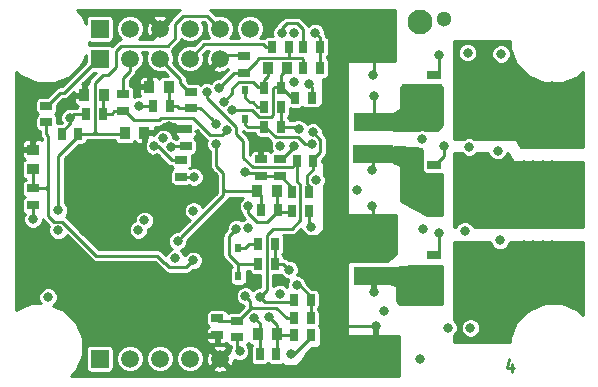
<source format=gbl>
%TF.GenerationSoftware,KiCad,Pcbnew,4.0.6-e0-6349~53~ubuntu16.04.1*%
%TF.CreationDate,2017-03-20T22:22:26+02:00*%
%TF.ProjectId,BLDC_controller,424C44435F636F6E74726F6C6C65722E,1.0*%
%TF.FileFunction,Copper,L4,Bot,Signal*%
%FSLAX46Y46*%
G04 Gerber Fmt 4.6, Leading zero omitted, Abs format (unit mm)*
G04 Created by KiCad (PCBNEW 4.0.6-e0-6349~53~ubuntu16.04.1) date Mon Mar 20 22:22:26 2017*
%MOMM*%
%LPD*%
G01*
G04 APERTURE LIST*
%ADD10C,0.100000*%
%ADD11C,0.250000*%
%ADD12C,0.800000*%
%ADD13R,1.500000X1.500000*%
%ADD14C,1.500000*%
%ADD15C,1.300000*%
%ADD16R,0.650000X0.990000*%
%ADD17R,3.450000X1.500000*%
%ADD18R,0.600000X0.800000*%
%ADD19R,0.990000X0.650000*%
%ADD20R,0.900000X1.000000*%
%ADD21R,1.000000X0.900000*%
%ADD22R,0.600000X0.900000*%
%ADD23R,0.900000X0.600000*%
%ADD24R,1.150000X0.700000*%
%ADD25R,1.500000X4.700000*%
%ADD26R,3.600000X4.200000*%
%ADD27C,2.100000*%
%ADD28C,0.500000*%
%ADD29C,0.254000*%
G04 APERTURE END LIST*
D10*
D11*
X178790477Y-111440714D02*
X178790477Y-112107381D01*
X178552381Y-111059762D02*
X178314286Y-111774048D01*
X178933334Y-111774048D01*
D12*
X175000000Y-85100000D03*
X164400000Y-82400000D03*
X163600000Y-82400000D03*
X163600000Y-83200000D03*
X164400000Y-83200000D03*
X163600000Y-84800000D03*
X164400000Y-84800000D03*
X168000000Y-83200000D03*
X167200000Y-83200000D03*
X168400000Y-84000000D03*
X167600000Y-84000000D03*
X166800000Y-84000000D03*
X166000000Y-84000000D03*
X165200000Y-84000000D03*
X164400000Y-84000000D03*
X163600000Y-84000000D03*
X168600000Y-102050000D03*
X167800000Y-102050000D03*
X167000000Y-102050000D03*
X166200000Y-102050000D03*
X165400000Y-102050000D03*
X164600000Y-102050000D03*
X163800000Y-102050000D03*
X163000000Y-102050000D03*
X168600000Y-101250000D03*
X167800000Y-101250000D03*
X167000000Y-101250000D03*
X166200000Y-101250000D03*
X165400000Y-101250000D03*
X164600000Y-101250000D03*
X163800000Y-101250000D03*
X182150000Y-99450000D03*
X181350000Y-99450000D03*
X180550000Y-99450000D03*
X179750000Y-99450000D03*
X182150000Y-98650000D03*
X181350000Y-98650000D03*
X180550000Y-98650000D03*
X179750000Y-98650000D03*
X182150000Y-97850000D03*
X181350000Y-97850000D03*
X180550000Y-97850000D03*
X179750000Y-97850000D03*
X182150000Y-97050000D03*
X181350000Y-97050000D03*
X180550000Y-97050000D03*
X179750000Y-97050000D03*
X182150000Y-96250000D03*
X181350000Y-96250000D03*
X180550000Y-96250000D03*
X179750000Y-96250000D03*
X182150000Y-95450000D03*
X181350000Y-95450000D03*
X180550000Y-95450000D03*
X179750000Y-95450000D03*
X182150000Y-94650000D03*
X181350000Y-94650000D03*
X180550000Y-94650000D03*
X182150000Y-92750000D03*
X181350000Y-92750000D03*
X180550000Y-92750000D03*
X179750000Y-92750000D03*
X182150000Y-91950000D03*
X181350000Y-91950000D03*
X180550000Y-91950000D03*
X179750000Y-91950000D03*
X182150000Y-91150000D03*
X181350000Y-91150000D03*
X180550000Y-91150000D03*
X179750000Y-91150000D03*
X182150000Y-90350000D03*
X181350000Y-90350000D03*
X180550000Y-90350000D03*
X179750000Y-90350000D03*
X182150000Y-89550000D03*
X181350000Y-89550000D03*
X180550000Y-89550000D03*
X179750000Y-89550000D03*
X182150000Y-88750000D03*
X181350000Y-88750000D03*
X180550000Y-88750000D03*
X179750000Y-88750000D03*
X182150000Y-87950000D03*
X181350000Y-87950000D03*
X180550000Y-87950000D03*
X179600000Y-107000000D03*
X180550000Y-106200000D03*
X179750000Y-106200000D03*
X182150000Y-105400000D03*
X181350000Y-105400000D03*
X180550000Y-105400000D03*
X179750000Y-105400000D03*
X182150000Y-104600000D03*
X181350000Y-104600000D03*
X180550000Y-104600000D03*
X179750000Y-104600000D03*
X182150000Y-103800000D03*
X181350000Y-103800000D03*
X180550000Y-103800000D03*
X179750000Y-103800000D03*
X182150000Y-103000000D03*
X181350000Y-103000000D03*
X180550000Y-103000000D03*
X179750000Y-103000000D03*
X182150000Y-102200000D03*
X181350000Y-102200000D03*
X180550000Y-102200000D03*
X179750000Y-102200000D03*
X182150000Y-101400000D03*
X181350000Y-101400000D03*
X180550000Y-101400000D03*
X168850000Y-112205000D03*
X168050000Y-112205000D03*
X167250000Y-112205000D03*
X166450000Y-112205000D03*
X165650000Y-112205000D03*
X164850000Y-112205000D03*
X164050000Y-112205000D03*
X163250000Y-112205000D03*
X168850000Y-111405000D03*
X168050000Y-111405000D03*
X167250000Y-111405000D03*
X166450000Y-111405000D03*
X165650000Y-111405000D03*
X164850000Y-111405000D03*
X164050000Y-111405000D03*
X170950000Y-111000000D03*
X173350000Y-108400000D03*
X175250000Y-108400000D03*
X174750000Y-100200000D03*
X175150000Y-93100000D03*
X171150000Y-92400000D03*
X171250000Y-100000000D03*
X179750000Y-101400000D03*
X179750000Y-94650000D03*
X179750000Y-87950000D03*
D13*
X143870000Y-85600000D03*
D14*
X146410000Y-85600000D03*
X148950000Y-85600000D03*
X151490000Y-85600000D03*
X154030000Y-85600000D03*
D15*
X168000000Y-82200000D03*
D12*
X142500000Y-98300000D03*
X138250000Y-88000000D03*
X138050000Y-91200000D03*
X138250000Y-100500000D03*
X138250000Y-104800000D03*
X163000000Y-101250000D03*
X163250000Y-111405000D03*
X147650000Y-97755000D03*
X146350000Y-98105000D03*
X145200000Y-98105000D03*
X143050000Y-93055000D03*
X144000000Y-98155000D03*
X142000000Y-97405000D03*
X142050000Y-93905000D03*
X148750000Y-94055000D03*
X147500000Y-93405000D03*
X146450000Y-93205000D03*
X145400000Y-93205000D03*
D16*
X161710000Y-109000000D03*
X160290000Y-109000000D03*
D17*
X167050000Y-104000000D03*
X167050000Y-109800000D03*
D18*
X156200000Y-90700000D03*
X156200000Y-88300000D03*
X155600000Y-104000000D03*
X155600000Y-101600000D03*
D17*
X167000000Y-93705000D03*
X167000000Y-99505000D03*
X167050000Y-91000000D03*
X167050000Y-85200000D03*
D13*
X143870000Y-83060000D03*
D14*
X146410000Y-83060000D03*
X148950000Y-83060000D03*
X151490000Y-83060000D03*
X154030000Y-83060000D03*
X156570000Y-83060000D03*
D13*
X143870000Y-111000000D03*
D14*
X146410000Y-111000000D03*
X148950000Y-111000000D03*
X151490000Y-111000000D03*
X154030000Y-111000000D03*
D16*
X159210000Y-89700000D03*
X157790000Y-89700000D03*
X159185000Y-91375000D03*
X157765000Y-91375000D03*
X158710000Y-101300000D03*
X157290000Y-101300000D03*
X158720000Y-103000000D03*
X157300000Y-103000000D03*
X161810000Y-88900000D03*
X160390000Y-88900000D03*
X161560000Y-98500000D03*
X160140000Y-98500000D03*
X160290000Y-107605000D03*
X161710000Y-107605000D03*
X160140000Y-96905000D03*
X161560000Y-96905000D03*
X161090000Y-86400000D03*
X162510000Y-86400000D03*
D19*
X155500000Y-109210000D03*
X155500000Y-107790000D03*
X159150000Y-94090000D03*
X159150000Y-95510000D03*
D16*
X158480000Y-84600000D03*
X159900000Y-84600000D03*
D19*
X153800000Y-107590000D03*
X153800000Y-109010000D03*
X157500000Y-95510000D03*
X157500000Y-94090000D03*
X156100000Y-86810000D03*
X156100000Y-85390000D03*
D16*
X157390000Y-110650000D03*
X158810000Y-110650000D03*
X157530000Y-98400000D03*
X158950000Y-98400000D03*
X157790000Y-88100000D03*
X159210000Y-88100000D03*
D19*
X151150000Y-93010000D03*
X151150000Y-91590000D03*
D20*
X157240000Y-108950000D03*
X158900000Y-108950000D03*
X157170000Y-96850000D03*
X158830000Y-96850000D03*
X158070000Y-86400000D03*
X159730000Y-86400000D03*
D16*
X161710000Y-106000000D03*
X160290000Y-106000000D03*
X161960000Y-94300000D03*
X160540000Y-94300000D03*
X162510000Y-84600000D03*
X161090000Y-84600000D03*
D21*
X138200000Y-94980000D03*
X138200000Y-93320000D03*
D20*
X144230000Y-88700000D03*
X142570000Y-88700000D03*
X149730000Y-88000000D03*
X148070000Y-88000000D03*
D16*
X140640000Y-91950000D03*
X142060000Y-91950000D03*
D19*
X139350000Y-91010000D03*
X139350000Y-89590000D03*
X145850000Y-90060000D03*
X145850000Y-88640000D03*
X151550000Y-89810000D03*
X151550000Y-88390000D03*
X138200000Y-98010000D03*
X138200000Y-96590000D03*
D16*
X142690000Y-90300000D03*
X144110000Y-90300000D03*
X148390000Y-89600000D03*
X149810000Y-89600000D03*
D19*
X150750000Y-95610000D03*
X150750000Y-94190000D03*
D20*
X145970000Y-91900000D03*
X147630000Y-91900000D03*
D12*
X144300000Y-93205000D03*
D15*
X173000000Y-82250000D03*
D22*
X175200000Y-90025000D03*
X174350000Y-90025000D03*
X176050000Y-90025000D03*
X175200000Y-87725000D03*
X174350000Y-87725000D03*
X176050000Y-87725000D03*
X176050000Y-88875000D03*
X174350000Y-88875000D03*
D23*
X177900000Y-90750000D03*
X177900000Y-87000000D03*
X177900000Y-89475000D03*
D24*
X172175000Y-89510000D03*
X172175000Y-90780000D03*
X172175000Y-88240000D03*
D25*
X177670000Y-88875000D03*
D26*
X175670000Y-88875000D03*
D24*
X172175000Y-86970000D03*
D23*
X177900000Y-88275000D03*
D22*
X175200000Y-88875000D03*
X175200000Y-97645000D03*
X174350000Y-97645000D03*
X176050000Y-97645000D03*
X175200000Y-95345000D03*
X174350000Y-95345000D03*
X176050000Y-95345000D03*
X176050000Y-96495000D03*
X174350000Y-96495000D03*
D23*
X177900000Y-98370000D03*
X177900000Y-94620000D03*
X177900000Y-97095000D03*
D24*
X172175000Y-97130000D03*
X172175000Y-98400000D03*
X172175000Y-95860000D03*
D25*
X177670000Y-96495000D03*
D26*
X175670000Y-96495000D03*
D24*
X172175000Y-94590000D03*
D23*
X177900000Y-95895000D03*
D22*
X175200000Y-96495000D03*
X175200000Y-105275000D03*
X174350000Y-105275000D03*
X176050000Y-105275000D03*
X175200000Y-102975000D03*
X174350000Y-102975000D03*
X176050000Y-102975000D03*
X176050000Y-104125000D03*
X174350000Y-104125000D03*
D23*
X177900000Y-106000000D03*
X177900000Y-102250000D03*
X177900000Y-104725000D03*
D24*
X172175000Y-104760000D03*
X172175000Y-106030000D03*
X172175000Y-103490000D03*
D25*
X177670000Y-104125000D03*
D26*
X175670000Y-104125000D03*
D24*
X172175000Y-102220000D03*
D23*
X177900000Y-103525000D03*
D22*
X175200000Y-104125000D03*
D27*
X183500000Y-90000000D03*
X183500000Y-97000000D03*
X183500000Y-104500000D03*
X171000000Y-82500000D03*
X165800000Y-82500000D03*
D12*
X147125365Y-100093856D03*
X147649988Y-99300000D03*
X151799861Y-98500000D03*
X149750000Y-91325010D03*
X167000000Y-87000000D03*
X149000000Y-104000000D03*
X166950006Y-98100000D03*
X160050000Y-110600000D03*
X141250000Y-89400000D03*
X161750000Y-99900000D03*
X158125032Y-92719540D03*
X161550000Y-87725010D03*
X142700000Y-100000000D03*
X147000000Y-87900000D03*
X148850000Y-108400000D03*
X143950000Y-108399990D03*
X167250000Y-108200000D03*
X153500000Y-95505000D03*
X159575976Y-104487519D03*
X153000000Y-99755000D03*
X142050000Y-96350000D03*
X142050000Y-95050000D03*
X156436664Y-99950012D03*
X162185865Y-95890868D03*
X159150000Y-93000000D03*
X172550000Y-100400000D03*
X159893199Y-103474992D03*
X172987345Y-93012664D03*
X160692377Y-91550260D03*
X160300013Y-83400000D03*
X172550000Y-85300000D03*
X167950000Y-107000000D03*
X177750000Y-101000000D03*
X177850000Y-85200000D03*
X160350000Y-87600000D03*
X165650000Y-96700000D03*
X177550000Y-93399996D03*
X150250000Y-102500000D03*
X141350000Y-90600006D03*
X160299809Y-92998900D03*
X140350000Y-100150000D03*
X139500000Y-105800000D03*
X138200000Y-99200000D03*
X149244014Y-92362557D03*
X159100000Y-105505000D03*
X147200000Y-89600000D03*
X155700000Y-110400000D03*
X155437812Y-99998167D03*
X161824990Y-92833481D03*
X160537340Y-104767660D03*
X167050004Y-105400000D03*
X162100000Y-83400000D03*
X167050000Y-88750000D03*
X166950000Y-95000000D03*
X161910518Y-91828733D03*
X159299998Y-83400000D03*
X152950000Y-88400000D03*
X157400000Y-105800000D03*
X140350000Y-98450000D03*
X156893923Y-107531396D03*
X150464474Y-101049989D03*
X153725010Y-92850000D03*
X154343865Y-89256331D03*
X151769372Y-102682959D03*
X154638611Y-91663931D03*
X153733366Y-91156501D03*
X151840616Y-95630768D03*
X158198915Y-107480021D03*
X156450000Y-98100000D03*
X155067262Y-89946781D03*
X149905679Y-93112357D03*
X148484530Y-93013101D03*
X156200000Y-105705000D03*
X156170369Y-95224666D03*
X153950000Y-88100000D03*
D11*
X147000000Y-87900000D02*
X147970000Y-87900000D01*
X147970000Y-87900000D02*
X148070000Y-88000000D01*
X156100000Y-85290000D02*
X154340000Y-85290000D01*
X154340000Y-85290000D02*
X154030000Y-85600000D01*
X161550000Y-87750000D02*
X161810000Y-88010000D01*
X161810000Y-88010000D02*
X161810000Y-88900000D01*
X161550000Y-87725010D02*
X161550000Y-87750000D01*
X150315685Y-91325010D02*
X149750000Y-91325010D01*
X150890000Y-91390000D02*
X150825010Y-91325010D01*
X149650000Y-91400000D02*
X149724990Y-91325010D01*
X149724990Y-91325010D02*
X149750000Y-91325010D01*
X150825010Y-91325010D02*
X150315685Y-91325010D01*
X167050000Y-86950000D02*
X167000000Y-87000000D01*
X167050000Y-85200000D02*
X167050000Y-86950000D01*
X167250000Y-108200000D02*
X166750000Y-108200000D01*
X167250000Y-108200000D02*
X164050000Y-108200000D01*
X167000000Y-98149994D02*
X166950006Y-98100000D01*
X167000000Y-99505000D02*
X167000000Y-98149994D01*
X160280000Y-110600000D02*
X160050000Y-110600000D01*
X161710000Y-109170000D02*
X160280000Y-110600000D01*
X161710000Y-109000000D02*
X161710000Y-109170000D01*
X142570000Y-88700000D02*
X141950000Y-88700000D01*
X141950000Y-88700000D02*
X141250000Y-89400000D01*
X161560000Y-98500000D02*
X161560000Y-99710000D01*
X161560000Y-99710000D02*
X161750000Y-99900000D01*
X157725033Y-93119539D02*
X158125032Y-92719540D01*
X157500000Y-93344572D02*
X157725033Y-93119539D01*
X157500000Y-94090000D02*
X157500000Y-93344572D01*
X161560000Y-87735010D02*
X161550000Y-87725010D01*
X153800000Y-110970000D02*
X153830000Y-111000000D01*
X148170000Y-87900000D02*
X148020000Y-88050000D01*
D28*
X167250000Y-108200000D02*
X167250000Y-109600000D01*
X167250000Y-109600000D02*
X167050000Y-109800000D01*
D11*
X148150000Y-97400000D02*
X148105001Y-97355001D01*
X148105001Y-97355001D02*
X148049999Y-97355001D01*
X148049999Y-97355001D02*
X147650000Y-97755000D01*
X147650000Y-97755000D02*
X147895000Y-97755000D01*
X147895000Y-97755000D02*
X148050000Y-97600000D01*
X148150000Y-97400000D02*
X149350000Y-97400000D01*
X143100000Y-97400000D02*
X148150000Y-97400000D01*
X142050000Y-96350000D02*
X143100000Y-97400000D01*
X148900000Y-94450000D02*
X149700000Y-95250000D01*
X147700000Y-94450000D02*
X148900000Y-94450000D01*
X147600000Y-94350000D02*
X147700000Y-94450000D01*
X147600000Y-94000000D02*
X147600000Y-94350000D01*
X146950000Y-93350000D02*
X147600000Y-94000000D01*
X142450000Y-93350000D02*
X146950000Y-93350000D01*
X142050000Y-93750000D02*
X142450000Y-93350000D01*
X142050000Y-95050000D02*
X142050000Y-93750000D01*
D28*
X179300000Y-105405000D02*
X179400000Y-105305000D01*
X183750000Y-102750000D02*
X183750000Y-104605000D01*
D11*
X172550000Y-101945000D02*
X172550000Y-100965685D01*
X172275000Y-102220000D02*
X172550000Y-101945000D01*
X172550000Y-100965685D02*
X172550000Y-100400000D01*
X158720000Y-103000000D02*
X159418207Y-103000000D01*
X159418207Y-103000000D02*
X159893199Y-103474992D01*
X158720000Y-103000000D02*
X158720000Y-101310000D01*
X158720000Y-101310000D02*
X158710000Y-101300000D01*
X159210000Y-89700000D02*
X159210000Y-91350000D01*
X159210000Y-91350000D02*
X159185000Y-91375000D01*
X172275000Y-94590000D02*
X172987345Y-93877655D01*
X172987345Y-93877655D02*
X172987345Y-93578349D01*
X172987345Y-93578349D02*
X172987345Y-93012664D01*
X159185000Y-91375000D02*
X160517117Y-91375000D01*
X160517117Y-91375000D02*
X160692377Y-91550260D01*
X159185000Y-91375000D02*
X159185000Y-91035000D01*
X159185000Y-91375000D02*
X159185000Y-91220000D01*
X172550000Y-86695000D02*
X172550000Y-85865685D01*
X172550000Y-85865685D02*
X172550000Y-85300000D01*
X172275000Y-86970000D02*
X172550000Y-86695000D01*
X157705000Y-84400000D02*
X152690000Y-84400000D01*
X152690000Y-84400000D02*
X151490000Y-85600000D01*
X158480000Y-84600000D02*
X157905000Y-84600000D01*
X157905000Y-84600000D02*
X157705000Y-84400000D01*
X142690000Y-90300000D02*
X141650006Y-90300000D01*
X141650006Y-90300000D02*
X141350000Y-90600006D01*
X140640000Y-91950000D02*
X140640000Y-91780000D01*
X140640000Y-91780000D02*
X141350000Y-91070000D01*
X141350000Y-91070000D02*
X141350000Y-90600006D01*
X159320000Y-94090000D02*
X160299809Y-93110191D01*
X160299809Y-93110191D02*
X160299809Y-92998900D01*
X159150000Y-94090000D02*
X159320000Y-94090000D01*
X138200000Y-98010000D02*
X138200000Y-99200000D01*
X140440000Y-91950000D02*
X140440000Y-91780000D01*
X148390000Y-89600000D02*
X147200000Y-89600000D01*
X155500000Y-109210000D02*
X155500000Y-110200000D01*
X155500000Y-110200000D02*
X155700000Y-110400000D01*
X155600000Y-103000000D02*
X154800000Y-102200000D01*
X154800000Y-102200000D02*
X154800000Y-100635979D01*
X155037813Y-100398166D02*
X155437812Y-99998167D01*
X154800000Y-100635979D02*
X155037813Y-100398166D01*
X157300000Y-103000000D02*
X155600000Y-103000000D01*
X155600000Y-103000000D02*
X155600000Y-104000000D01*
X157765000Y-91375000D02*
X156375000Y-91375000D01*
X156375000Y-91375000D02*
X156200000Y-91200000D01*
X156200000Y-91200000D02*
X156200000Y-90700000D01*
X161207394Y-92833481D02*
X161259305Y-92833481D01*
X161259305Y-92833481D02*
X161824990Y-92833481D01*
X158752394Y-92273898D02*
X160647811Y-92273898D01*
X160647811Y-92273898D02*
X161207394Y-92833481D01*
X157765000Y-91375000D02*
X157853496Y-91375000D01*
X157853496Y-91375000D02*
X158752394Y-92273898D01*
D28*
X167050004Y-105400000D02*
X167050004Y-104000004D01*
X167050004Y-104000004D02*
X167050000Y-104000000D01*
D11*
X161710000Y-105735000D02*
X160742660Y-104767660D01*
X160742660Y-104767660D02*
X160537340Y-104767660D01*
D28*
X170060000Y-103490000D02*
X169550000Y-104000000D01*
X169550000Y-104000000D02*
X167050000Y-104000000D01*
X172275000Y-103490000D02*
X170060000Y-103490000D01*
X172275000Y-104760000D02*
X172275000Y-103490000D01*
X172275000Y-106030000D02*
X172275000Y-104760000D01*
D11*
X161710000Y-105905000D02*
X161710000Y-105735000D01*
X161710000Y-105905000D02*
X161710000Y-107605000D01*
X162510000Y-84600000D02*
X162510000Y-86400000D01*
X162100000Y-83400000D02*
X162510000Y-83810000D01*
X162510000Y-83810000D02*
X162510000Y-84600000D01*
X162040000Y-83400000D02*
X162100000Y-83400000D01*
D28*
X172275000Y-90780000D02*
X167270000Y-90780000D01*
X167270000Y-90780000D02*
X167050000Y-91000000D01*
X172275000Y-89510000D02*
X172275000Y-90780000D01*
X172275000Y-88240000D02*
X172275000Y-89510000D01*
D11*
X167050000Y-91000000D02*
X167050000Y-88750000D01*
X161560000Y-96905000D02*
X161560000Y-96310000D01*
X161560000Y-96310000D02*
X161450000Y-96200000D01*
X161450000Y-96200000D02*
X161450000Y-95500000D01*
X161450000Y-95500000D02*
X161960000Y-94990000D01*
X161960000Y-94990000D02*
X161960000Y-94300000D01*
X167000000Y-94950000D02*
X166950000Y-95000000D01*
X167000000Y-93705000D02*
X167000000Y-94950000D01*
X161910518Y-91828733D02*
X162550000Y-92468215D01*
X161960000Y-94130000D02*
X161960000Y-94300000D01*
X162550000Y-92468215D02*
X162550000Y-93540000D01*
X162550000Y-93540000D02*
X161960000Y-94130000D01*
D28*
X172275000Y-95860000D02*
X171380000Y-95860000D01*
X171380000Y-95860000D02*
X169225000Y-93705000D01*
X169225000Y-93705000D02*
X167000000Y-93705000D01*
X172275000Y-98400000D02*
X172275000Y-95860000D01*
D11*
X172275000Y-95860000D02*
X172050000Y-95860000D01*
X172275000Y-97130000D02*
X172275000Y-95860000D01*
X172275000Y-98400000D02*
X172275000Y-97130000D01*
X157480000Y-89700000D02*
X157200000Y-89700000D01*
X157200000Y-89700000D02*
X156800000Y-89300000D01*
X156800000Y-89300000D02*
X156550000Y-89300000D01*
X156550000Y-89300000D02*
X156200000Y-88950000D01*
X156200000Y-88950000D02*
X156200000Y-88300000D01*
X156200000Y-101600000D02*
X155600000Y-101600000D01*
X156500000Y-101300000D02*
X156200000Y-101600000D01*
X157290000Y-101300000D02*
X156500000Y-101300000D01*
X161090000Y-84600000D02*
X161090000Y-83116996D01*
X161090000Y-83116996D02*
X160573004Y-82600000D01*
X159700000Y-82600000D02*
X159299998Y-83000002D01*
X160573004Y-82600000D02*
X159700000Y-82600000D01*
X159299998Y-83000002D02*
X159299998Y-83400000D01*
X155400000Y-91400000D02*
X152950000Y-88950000D01*
X156009998Y-94005000D02*
X156009998Y-92600000D01*
X155400000Y-91400000D02*
X155400000Y-91990002D01*
X155400000Y-91990002D02*
X156009998Y-92600000D01*
X160630000Y-94300000D02*
X160630000Y-94320000D01*
X160630000Y-94320000D02*
X160145000Y-94805000D01*
X160145000Y-94805000D02*
X156809998Y-94805000D01*
X152950000Y-88950000D02*
X152950000Y-88400000D01*
X156809998Y-94805000D02*
X156009998Y-94005000D01*
X160550000Y-95125000D02*
X160540000Y-95115000D01*
X160540000Y-95115000D02*
X160540000Y-94300000D01*
X157400000Y-105800000D02*
X158000000Y-105200000D01*
X158000000Y-105200000D02*
X158000000Y-100500000D01*
X158000000Y-100500000D02*
X158500000Y-100000000D01*
X158500000Y-100000000D02*
X160150000Y-100000000D01*
X160150000Y-100000000D02*
X160850000Y-99300000D01*
X160850000Y-99300000D02*
X160850000Y-96300000D01*
X160850000Y-96300000D02*
X160550000Y-96000000D01*
X160550000Y-96000000D02*
X160550000Y-95125000D01*
X157849989Y-106249989D02*
X157400000Y-105800000D01*
X159945011Y-106249989D02*
X157849989Y-106249989D01*
X160290000Y-105905000D02*
X159945011Y-106249989D01*
X154030000Y-83060000D02*
X152954999Y-81984999D01*
X150200000Y-82700000D02*
X150200000Y-83900000D01*
X152954999Y-81984999D02*
X150915001Y-81984999D01*
X150915001Y-81984999D02*
X150200000Y-82700000D01*
X145200000Y-85000000D02*
X145200000Y-86355002D01*
X150200000Y-83900000D02*
X149600000Y-84500000D01*
X149600000Y-84500000D02*
X145700000Y-84500000D01*
X145700000Y-84500000D02*
X145200000Y-85000000D01*
X145200000Y-86355002D02*
X144555002Y-87000000D01*
X144100000Y-87000000D02*
X143450000Y-87650000D01*
X144555002Y-87000000D02*
X144100000Y-87000000D01*
X143450000Y-87650000D02*
X143450000Y-91700000D01*
X142060000Y-91950000D02*
X143250000Y-91950000D01*
X143250000Y-91950000D02*
X143450000Y-91950000D01*
X143450000Y-91700000D02*
X143450000Y-91750000D01*
X143450000Y-91750000D02*
X143250000Y-91950000D01*
X143450000Y-91950000D02*
X143450000Y-91700000D01*
X143450000Y-91950000D02*
X143650000Y-91950000D01*
X143650000Y-91950000D02*
X145920000Y-91950000D01*
X143450000Y-91750000D02*
X143650000Y-91950000D01*
X145920000Y-91950000D02*
X145970000Y-91900000D01*
X140350000Y-98450000D02*
X140350000Y-93830000D01*
X140350000Y-93830000D02*
X142060000Y-92120000D01*
X142060000Y-92120000D02*
X142060000Y-91950000D01*
X157390000Y-108027473D02*
X156893923Y-107531396D01*
X157390000Y-110650000D02*
X157390000Y-108027473D01*
X157390000Y-110650000D02*
X157390000Y-109100000D01*
X157390000Y-109100000D02*
X157240000Y-108950000D01*
X154334319Y-97180144D02*
X150864473Y-100649990D01*
X154334319Y-96850000D02*
X154334319Y-97180144D01*
X150864473Y-100649990D02*
X150464474Y-101049989D01*
X157540000Y-98500000D02*
X157540000Y-97220000D01*
X157540000Y-97220000D02*
X157170000Y-96850000D01*
X154550000Y-96850000D02*
X157170000Y-96850000D01*
X154334319Y-96600000D02*
X154334319Y-96850000D01*
X154334319Y-95284319D02*
X154334319Y-96600000D01*
X154550000Y-96850000D02*
X154334319Y-96850000D01*
X154334319Y-96634319D02*
X154550000Y-96850000D01*
X154334319Y-96600000D02*
X154334319Y-96634319D01*
X153725010Y-92850000D02*
X153725010Y-94675010D01*
X153725010Y-94675010D02*
X154334319Y-95284319D01*
X158070000Y-86400000D02*
X158100000Y-86400000D01*
X158100000Y-86400000D02*
X158100000Y-87100000D01*
X158100000Y-87100000D02*
X157790000Y-87410000D01*
X157790000Y-87410000D02*
X157790000Y-88100000D01*
X157490000Y-88000000D02*
X157300000Y-88000000D01*
X155625001Y-87574999D02*
X155100000Y-88100000D01*
X157300000Y-88000000D02*
X156874999Y-87574999D01*
X156874999Y-87574999D02*
X155625001Y-87574999D01*
X155100000Y-88100000D02*
X155100000Y-88500196D01*
X155100000Y-88500196D02*
X154343865Y-89256331D01*
X143573003Y-102300001D02*
X148750000Y-102300001D01*
X149376997Y-102876997D02*
X149326996Y-102876997D01*
X149326996Y-102876997D02*
X148750000Y-102300001D01*
X149750000Y-103250000D02*
X151202331Y-103250000D01*
X151202331Y-103250000D02*
X151769372Y-102682959D01*
X149376997Y-102876997D02*
X149750000Y-103250000D01*
X139484999Y-98907999D02*
X140001999Y-99424999D01*
X140001999Y-99424999D02*
X140698001Y-99424999D01*
X139484999Y-96800000D02*
X139484999Y-98907999D01*
X140698001Y-99424999D02*
X143573003Y-102300001D01*
X139484999Y-96590000D02*
X139484999Y-96400000D01*
X139484999Y-96400000D02*
X139484999Y-92134999D01*
X139250000Y-96590000D02*
X139294999Y-96590000D01*
X139294999Y-96590000D02*
X139484999Y-96400000D01*
X139250000Y-96590000D02*
X139484999Y-96590000D01*
X138200000Y-96590000D02*
X139250000Y-96590000D01*
X139484999Y-96590000D02*
X139484999Y-96800000D01*
X139250000Y-96590000D02*
X139274999Y-96590000D01*
X139274999Y-96590000D02*
X139484999Y-96800000D01*
X139484999Y-92134999D02*
X139350000Y-92000000D01*
X139350000Y-92000000D02*
X139350000Y-91010000D01*
X138200000Y-94980000D02*
X138200000Y-96590000D01*
X151771998Y-90600000D02*
X153235928Y-92063930D01*
X153235928Y-92063930D02*
X154238612Y-92063930D01*
X146760000Y-90800000D02*
X148850000Y-90800000D01*
X149050000Y-90600000D02*
X151771998Y-90600000D01*
X145850000Y-90060000D02*
X146020000Y-90060000D01*
X146020000Y-90060000D02*
X146760000Y-90800000D01*
X148850000Y-90800000D02*
X149050000Y-90600000D01*
X154238612Y-92063930D02*
X154638611Y-91663931D01*
X145850000Y-90060000D02*
X145105000Y-90060000D01*
X145105000Y-90060000D02*
X144865000Y-90300000D01*
X144865000Y-90300000D02*
X144750000Y-90300000D01*
X144110000Y-90300000D02*
X144750000Y-90300000D01*
X144110000Y-90300000D02*
X144110000Y-88820000D01*
X144110000Y-88820000D02*
X144230000Y-88700000D01*
X149810000Y-89600000D02*
X150385000Y-89600000D01*
X150385000Y-89600000D02*
X150595000Y-89810000D01*
X150595000Y-89810000D02*
X151550000Y-89810000D01*
X149820000Y-89810000D02*
X149810000Y-89800000D01*
X149730000Y-88200000D02*
X149730000Y-89720000D01*
X149730000Y-89720000D02*
X149810000Y-89800000D01*
X151550000Y-89810000D02*
X152386865Y-89810000D01*
X152386865Y-89810000D02*
X153333367Y-90756502D01*
X153333367Y-90756502D02*
X153733366Y-91156501D01*
X151540000Y-89800000D02*
X151550000Y-89810000D01*
X151540000Y-89600000D02*
X151550000Y-89610000D01*
X150750000Y-95610000D02*
X151819848Y-95610000D01*
X151819848Y-95610000D02*
X151840616Y-95630768D01*
X139250000Y-89590000D02*
X139420000Y-89590000D01*
X139420000Y-89590000D02*
X140510000Y-88500000D01*
X140510000Y-88500000D02*
X140855000Y-88500000D01*
X140855000Y-88500000D02*
X143755000Y-85600000D01*
X143755000Y-85600000D02*
X143870000Y-85600000D01*
X146410000Y-85600000D02*
X146410000Y-86660660D01*
X145850000Y-87220660D02*
X145850000Y-88065000D01*
X146410000Y-86660660D02*
X145850000Y-87220660D01*
X145850000Y-88065000D02*
X145850000Y-88640000D01*
X145850000Y-85545000D02*
X146410000Y-84985000D01*
X145910000Y-88580000D02*
X145850000Y-88640000D01*
X151550000Y-88390000D02*
X151380000Y-88390000D01*
X151380000Y-88390000D02*
X150700000Y-87710000D01*
X150700000Y-87710000D02*
X150700000Y-87350000D01*
X150700000Y-87350000D02*
X148950000Y-85600000D01*
X151550000Y-88190000D02*
X151455002Y-88190000D01*
X160290000Y-109000000D02*
X158950000Y-109000000D01*
X158950000Y-109000000D02*
X158900000Y-108950000D01*
X158900000Y-108181106D02*
X158198915Y-107480021D01*
X158900000Y-108950000D02*
X158900000Y-108181106D01*
X158955000Y-109005000D02*
X158900000Y-108950000D01*
X158900000Y-108950000D02*
X158900000Y-110560000D01*
X158900000Y-110560000D02*
X158810000Y-110650000D01*
X156450000Y-98665685D02*
X156450000Y-98100000D01*
X158960000Y-98500000D02*
X158060000Y-99400000D01*
X157184315Y-99400000D02*
X156450000Y-98665685D01*
X158060000Y-99400000D02*
X157184315Y-99400000D01*
X160290000Y-98605000D02*
X159065000Y-98605000D01*
X159065000Y-98605000D02*
X158960000Y-98500000D01*
X158830000Y-96850000D02*
X158830000Y-98370000D01*
X158830000Y-98370000D02*
X158960000Y-98500000D01*
X159210000Y-88000000D02*
X159210000Y-87010000D01*
X159210000Y-87010000D02*
X159730000Y-86490000D01*
X159730000Y-86490000D02*
X159730000Y-86400000D01*
X159210000Y-88000000D02*
X158635000Y-88000000D01*
X158500000Y-88135000D02*
X158500000Y-90395002D01*
X158350001Y-90545001D02*
X157345001Y-90545001D01*
X158635000Y-88000000D02*
X158500000Y-88135000D01*
X158500000Y-90395002D02*
X158350001Y-90545001D01*
X157345001Y-90545001D02*
X156746781Y-89946781D01*
X156746781Y-89946781D02*
X155632947Y-89946781D01*
X155632947Y-89946781D02*
X155067262Y-89946781D01*
X160390000Y-88900000D02*
X160110000Y-88900000D01*
X160110000Y-88900000D02*
X159210000Y-88000000D01*
X151150000Y-93010000D02*
X150008036Y-93010000D01*
X150008036Y-93010000D02*
X149905679Y-93112357D01*
X150750000Y-94190000D02*
X149940000Y-94190000D01*
X149940000Y-94190000D02*
X148763101Y-93013101D01*
X148763101Y-93013101D02*
X148484530Y-93013101D01*
X155500000Y-107790000D02*
X154000000Y-107790000D01*
X154000000Y-107790000D02*
X153800000Y-107590000D01*
X156650000Y-106700000D02*
X156550000Y-106800000D01*
X156550000Y-106800000D02*
X155560000Y-107790000D01*
X156599999Y-106549999D02*
X156599999Y-106750001D01*
X156599999Y-106750001D02*
X156550000Y-106800000D01*
X158810000Y-106700000D02*
X156750000Y-106700000D01*
X156599999Y-106549999D02*
X156750000Y-106700000D01*
X156750000Y-106700000D02*
X156650000Y-106700000D01*
X156200000Y-105705000D02*
X156599999Y-106104999D01*
X156599999Y-106104999D02*
X156599999Y-106549999D01*
X160290000Y-107605000D02*
X159715000Y-107605000D01*
X159715000Y-107605000D02*
X158810000Y-106700000D01*
X155560000Y-107790000D02*
X155500000Y-107790000D01*
X160290000Y-96905000D02*
X160290000Y-96640000D01*
X160290000Y-96640000D02*
X159160000Y-95510000D01*
X159160000Y-95510000D02*
X159150000Y-95510000D01*
X157500000Y-95510000D02*
X159150000Y-95510000D01*
X156170369Y-95224666D02*
X156250703Y-95305000D01*
X156250703Y-95305000D02*
X157295000Y-95305000D01*
X157295000Y-95305000D02*
X157500000Y-95510000D01*
X158300000Y-85520001D02*
X159900000Y-85520001D01*
X159900000Y-85520001D02*
X160955001Y-85520001D01*
X159900000Y-84600000D02*
X159900000Y-85345000D01*
X159900000Y-85345000D02*
X159900000Y-85520001D01*
X153950000Y-88100000D02*
X155240000Y-86810000D01*
X155240000Y-86810000D02*
X156100000Y-86810000D01*
X157200000Y-85700000D02*
X157200000Y-85780000D01*
X156270000Y-86710000D02*
X156100000Y-86710000D01*
X157200000Y-85780000D02*
X156270000Y-86710000D01*
X157379999Y-85520001D02*
X158300000Y-85520001D01*
X158310000Y-85510001D02*
X158300000Y-85520001D01*
X160955001Y-85520001D02*
X161090000Y-85655000D01*
X157200000Y-85700000D02*
X157379999Y-85520001D01*
X161090000Y-85655000D02*
X161090000Y-86400000D01*
X153915000Y-88100000D02*
X153950000Y-88100000D01*
D29*
G36*
X178572363Y-84728192D02*
X179130973Y-86080132D01*
X180164427Y-87115392D01*
X181515391Y-87676361D01*
X182978192Y-87677637D01*
X184330132Y-87119027D01*
X184748000Y-86701888D01*
X184748000Y-93123000D01*
X179567968Y-93123000D01*
X179105670Y-92429553D01*
X179069937Y-92393992D01*
X179000000Y-92373000D01*
X175555703Y-92373000D01*
X175315222Y-92273144D01*
X174986221Y-92272857D01*
X174743857Y-92373000D01*
X173877000Y-92373000D01*
X173877000Y-85263779D01*
X174172857Y-85263779D01*
X174298495Y-85567846D01*
X174530930Y-85800688D01*
X174834778Y-85926856D01*
X175163779Y-85927143D01*
X175467846Y-85801505D01*
X175700688Y-85569070D01*
X175785931Y-85363779D01*
X177022857Y-85363779D01*
X177148495Y-85667846D01*
X177380930Y-85900688D01*
X177684778Y-86026856D01*
X178013779Y-86027143D01*
X178317846Y-85901505D01*
X178550688Y-85669070D01*
X178676856Y-85365222D01*
X178677143Y-85036221D01*
X178551505Y-84732154D01*
X178319070Y-84499312D01*
X178015222Y-84373144D01*
X177686221Y-84372857D01*
X177382154Y-84498495D01*
X177149312Y-84730930D01*
X177023144Y-85034778D01*
X177022857Y-85363779D01*
X175785931Y-85363779D01*
X175826856Y-85265222D01*
X175827143Y-84936221D01*
X175701505Y-84632154D01*
X175469070Y-84399312D01*
X175165222Y-84273144D01*
X174836221Y-84272857D01*
X174532154Y-84398495D01*
X174299312Y-84630930D01*
X174173144Y-84934778D01*
X174172857Y-85263779D01*
X173877000Y-85263779D01*
X173877000Y-84127000D01*
X178572887Y-84127000D01*
X178572363Y-84728192D01*
X178572363Y-84728192D01*
G37*
X178572363Y-84728192D02*
X179130973Y-86080132D01*
X180164427Y-87115392D01*
X181515391Y-87676361D01*
X182978192Y-87677637D01*
X184330132Y-87119027D01*
X184748000Y-86701888D01*
X184748000Y-93123000D01*
X179567968Y-93123000D01*
X179105670Y-92429553D01*
X179069937Y-92393992D01*
X179000000Y-92373000D01*
X175555703Y-92373000D01*
X175315222Y-92273144D01*
X174986221Y-92272857D01*
X174743857Y-92373000D01*
X173877000Y-92373000D01*
X173877000Y-85263779D01*
X174172857Y-85263779D01*
X174298495Y-85567846D01*
X174530930Y-85800688D01*
X174834778Y-85926856D01*
X175163779Y-85927143D01*
X175467846Y-85801505D01*
X175700688Y-85569070D01*
X175785931Y-85363779D01*
X177022857Y-85363779D01*
X177148495Y-85667846D01*
X177380930Y-85900688D01*
X177684778Y-86026856D01*
X178013779Y-86027143D01*
X178317846Y-85901505D01*
X178550688Y-85669070D01*
X178676856Y-85365222D01*
X178677143Y-85036221D01*
X178551505Y-84732154D01*
X178319070Y-84499312D01*
X178015222Y-84373144D01*
X177686221Y-84372857D01*
X177382154Y-84498495D01*
X177149312Y-84730930D01*
X177023144Y-85034778D01*
X177022857Y-85363779D01*
X175785931Y-85363779D01*
X175826856Y-85265222D01*
X175827143Y-84936221D01*
X175701505Y-84632154D01*
X175469070Y-84399312D01*
X175165222Y-84273144D01*
X174836221Y-84272857D01*
X174532154Y-84398495D01*
X174299312Y-84630930D01*
X174173144Y-84934778D01*
X174172857Y-85263779D01*
X173877000Y-85263779D01*
X173877000Y-84127000D01*
X178572887Y-84127000D01*
X178572363Y-84728192D01*
G36*
X174680930Y-93800688D02*
X174984778Y-93926856D01*
X175313779Y-93927143D01*
X175617846Y-93801505D01*
X175792657Y-93627000D01*
X176748981Y-93627000D01*
X176848495Y-93867842D01*
X177080930Y-94100684D01*
X177384778Y-94226852D01*
X177713779Y-94227139D01*
X178017846Y-94101501D01*
X178250688Y-93869066D01*
X178351202Y-93627000D01*
X178428461Y-93627000D01*
X178845870Y-94315818D01*
X178880034Y-94352889D01*
X178925929Y-94373748D01*
X178954484Y-94377000D01*
X184748000Y-94377000D01*
X184748000Y-99873000D01*
X175509701Y-99873000D01*
X175451505Y-99732154D01*
X175219070Y-99499312D01*
X174915222Y-99373144D01*
X174586221Y-99372857D01*
X174282154Y-99498495D01*
X174049312Y-99730930D01*
X173990320Y-99873000D01*
X173877000Y-99873000D01*
X173877000Y-93627000D01*
X174507546Y-93627000D01*
X174680930Y-93800688D01*
X174680930Y-93800688D01*
G37*
X174680930Y-93800688D02*
X174984778Y-93926856D01*
X175313779Y-93927143D01*
X175617846Y-93801505D01*
X175792657Y-93627000D01*
X176748981Y-93627000D01*
X176848495Y-93867842D01*
X177080930Y-94100684D01*
X177384778Y-94226852D01*
X177713779Y-94227139D01*
X178017846Y-94101501D01*
X178250688Y-93869066D01*
X178351202Y-93627000D01*
X178428461Y-93627000D01*
X178845870Y-94315818D01*
X178880034Y-94352889D01*
X178925929Y-94373748D01*
X178954484Y-94377000D01*
X184748000Y-94377000D01*
X184748000Y-99873000D01*
X175509701Y-99873000D01*
X175451505Y-99732154D01*
X175219070Y-99499312D01*
X174915222Y-99373144D01*
X174586221Y-99372857D01*
X174282154Y-99498495D01*
X174049312Y-99730930D01*
X173990320Y-99873000D01*
X173877000Y-99873000D01*
X173877000Y-93627000D01*
X174507546Y-93627000D01*
X174680930Y-93800688D01*
G36*
X176922857Y-101163779D02*
X177048495Y-101467846D01*
X177280930Y-101700688D01*
X177584778Y-101826856D01*
X177913779Y-101827143D01*
X178217846Y-101701505D01*
X178450688Y-101469070D01*
X178576856Y-101165222D01*
X178576889Y-101127000D01*
X184748000Y-101127000D01*
X184748000Y-107297756D01*
X184335573Y-106884608D01*
X182984609Y-106323639D01*
X181521808Y-106322363D01*
X180169868Y-106880973D01*
X179134608Y-107914427D01*
X178573639Y-109265391D01*
X178573327Y-109623000D01*
X173877000Y-109623000D01*
X173877000Y-109042454D01*
X174050688Y-108869070D01*
X174176856Y-108565222D01*
X174176857Y-108563779D01*
X174422857Y-108563779D01*
X174548495Y-108867846D01*
X174780930Y-109100688D01*
X175084778Y-109226856D01*
X175413779Y-109227143D01*
X175717846Y-109101505D01*
X175950688Y-108869070D01*
X176076856Y-108565222D01*
X176077143Y-108236221D01*
X175951505Y-107932154D01*
X175719070Y-107699312D01*
X175415222Y-107573144D01*
X175086221Y-107572857D01*
X174782154Y-107698495D01*
X174549312Y-107930930D01*
X174423144Y-108234778D01*
X174422857Y-108563779D01*
X174176857Y-108563779D01*
X174177143Y-108236221D01*
X174051505Y-107932154D01*
X173877000Y-107757343D01*
X173877000Y-101127000D01*
X176922889Y-101127000D01*
X176922857Y-101163779D01*
X176922857Y-101163779D01*
G37*
X176922857Y-101163779D02*
X177048495Y-101467846D01*
X177280930Y-101700688D01*
X177584778Y-101826856D01*
X177913779Y-101827143D01*
X178217846Y-101701505D01*
X178450688Y-101469070D01*
X178576856Y-101165222D01*
X178576889Y-101127000D01*
X184748000Y-101127000D01*
X184748000Y-107297756D01*
X184335573Y-106884608D01*
X182984609Y-106323639D01*
X181521808Y-106322363D01*
X180169868Y-106880973D01*
X179134608Y-107914427D01*
X178573639Y-109265391D01*
X178573327Y-109623000D01*
X173877000Y-109623000D01*
X173877000Y-109042454D01*
X174050688Y-108869070D01*
X174176856Y-108565222D01*
X174176857Y-108563779D01*
X174422857Y-108563779D01*
X174548495Y-108867846D01*
X174780930Y-109100688D01*
X175084778Y-109226856D01*
X175413779Y-109227143D01*
X175717846Y-109101505D01*
X175950688Y-108869070D01*
X176076856Y-108565222D01*
X176077143Y-108236221D01*
X175951505Y-107932154D01*
X175719070Y-107699312D01*
X175415222Y-107573144D01*
X175086221Y-107572857D01*
X174782154Y-107698495D01*
X174549312Y-107930930D01*
X174423144Y-108234778D01*
X174422857Y-108563779D01*
X174176857Y-108563779D01*
X174177143Y-108236221D01*
X174051505Y-107932154D01*
X173877000Y-107757343D01*
X173877000Y-101127000D01*
X176922889Y-101127000D01*
X176922857Y-101163779D01*
G36*
X170755084Y-93131479D02*
X170984778Y-93226856D01*
X171042300Y-93226906D01*
X171123000Y-93307606D01*
X171123000Y-95005000D01*
X171133006Y-95054410D01*
X171160197Y-95094803D01*
X171249962Y-95184568D01*
X171287927Y-95243567D01*
X171354337Y-95288943D01*
X171410197Y-95344803D01*
X171452211Y-95372666D01*
X171500423Y-95381999D01*
X172873000Y-95377424D01*
X172873000Y-98873423D01*
X171532827Y-98877890D01*
X169377000Y-97675418D01*
X169377000Y-94750000D01*
X169366994Y-94700590D01*
X169338553Y-94658965D01*
X169306796Y-94636408D01*
X168682725Y-94324373D01*
X168768234Y-93127252D01*
X170755084Y-93131479D01*
X170755084Y-93131479D01*
G37*
X170755084Y-93131479D02*
X170984778Y-93226856D01*
X171042300Y-93226906D01*
X171123000Y-93307606D01*
X171123000Y-95005000D01*
X171133006Y-95054410D01*
X171160197Y-95094803D01*
X171249962Y-95184568D01*
X171287927Y-95243567D01*
X171354337Y-95288943D01*
X171410197Y-95344803D01*
X171452211Y-95372666D01*
X171500423Y-95381999D01*
X172873000Y-95377424D01*
X172873000Y-98873423D01*
X171532827Y-98877890D01*
X169377000Y-97675418D01*
X169377000Y-94750000D01*
X169366994Y-94700590D01*
X169338553Y-94658965D01*
X169306796Y-94636408D01*
X168682725Y-94324373D01*
X168768234Y-93127252D01*
X170755084Y-93131479D01*
G36*
X172873000Y-88052606D02*
X172873000Y-91197394D01*
X172447394Y-91623000D01*
X171435289Y-91623000D01*
X171315222Y-91573144D01*
X170986221Y-91572857D01*
X170864866Y-91623000D01*
X168779980Y-91623000D01*
X168396631Y-91431326D01*
X168644346Y-90378725D01*
X169327674Y-89850477D01*
X169360646Y-89812342D01*
X169377000Y-89750000D01*
X169377000Y-88052606D01*
X169552606Y-87877000D01*
X172697394Y-87877000D01*
X172873000Y-88052606D01*
X172873000Y-88052606D01*
G37*
X172873000Y-88052606D02*
X172873000Y-91197394D01*
X172447394Y-91623000D01*
X171435289Y-91623000D01*
X171315222Y-91573144D01*
X170986221Y-91572857D01*
X170864866Y-91623000D01*
X168779980Y-91623000D01*
X168396631Y-91431326D01*
X168644346Y-90378725D01*
X169327674Y-89850477D01*
X169360646Y-89812342D01*
X169377000Y-89750000D01*
X169377000Y-88052606D01*
X169552606Y-87877000D01*
X172697394Y-87877000D01*
X172873000Y-88052606D01*
G36*
X172873000Y-106372829D02*
X169318762Y-106368057D01*
X169003353Y-106131500D01*
X169003353Y-104890000D01*
X168993347Y-104840590D01*
X168964906Y-104798965D01*
X168914693Y-104768926D01*
X168631838Y-104679355D01*
X168409136Y-104530887D01*
X168496320Y-103484672D01*
X168783764Y-103373125D01*
X170260511Y-103127000D01*
X172873000Y-103127000D01*
X172873000Y-106372829D01*
X172873000Y-106372829D01*
G37*
X172873000Y-106372829D02*
X169318762Y-106368057D01*
X169003353Y-106131500D01*
X169003353Y-104890000D01*
X168993347Y-104840590D01*
X168964906Y-104798965D01*
X168914693Y-104768926D01*
X168631838Y-104679355D01*
X168409136Y-104530887D01*
X168496320Y-103484672D01*
X168783764Y-103373125D01*
X170260511Y-103127000D01*
X172873000Y-103127000D01*
X172873000Y-106372829D01*
G36*
X168873000Y-85773000D02*
X164950000Y-85773000D01*
X164900590Y-85783006D01*
X164858965Y-85811447D01*
X164831685Y-85853841D01*
X164823000Y-85900000D01*
X164823000Y-96699852D01*
X164822857Y-96863779D01*
X164823000Y-96864125D01*
X164823000Y-98700000D01*
X164833006Y-98749410D01*
X164861447Y-98791035D01*
X164903841Y-98818315D01*
X164950000Y-98827000D01*
X168923000Y-98827000D01*
X168923000Y-102142299D01*
X168200826Y-102773000D01*
X164950000Y-102773000D01*
X164900590Y-102783006D01*
X164858965Y-102811447D01*
X164831685Y-102853841D01*
X164823000Y-102900000D01*
X164823000Y-109000000D01*
X164833006Y-109049410D01*
X164861447Y-109091035D01*
X164903841Y-109118315D01*
X164950000Y-109127000D01*
X169223000Y-109127000D01*
X169223000Y-112498000D01*
X141452244Y-112498000D01*
X141865392Y-112085573D01*
X142426361Y-110734609D01*
X142426783Y-110250000D01*
X142684635Y-110250000D01*
X142684635Y-111750000D01*
X142714409Y-111908237D01*
X142807927Y-112053567D01*
X142950619Y-112151064D01*
X143120000Y-112185365D01*
X144620000Y-112185365D01*
X144778237Y-112155591D01*
X144923567Y-112062073D01*
X145021064Y-111919381D01*
X145055365Y-111750000D01*
X145055365Y-111233093D01*
X145232796Y-111233093D01*
X145411606Y-111665846D01*
X145742412Y-111997230D01*
X146174853Y-112176795D01*
X146643093Y-112177204D01*
X147075846Y-111998394D01*
X147407230Y-111667588D01*
X147586795Y-111235147D01*
X147586796Y-111233093D01*
X147772796Y-111233093D01*
X147951606Y-111665846D01*
X148282412Y-111997230D01*
X148714853Y-112176795D01*
X149183093Y-112177204D01*
X149615846Y-111998394D01*
X149947230Y-111667588D01*
X150126795Y-111235147D01*
X150126796Y-111233093D01*
X150312796Y-111233093D01*
X150491606Y-111665846D01*
X150822412Y-111997230D01*
X151254853Y-112176795D01*
X151723093Y-112177204D01*
X152155846Y-111998394D01*
X152296830Y-111857655D01*
X153351950Y-111857655D01*
X153431329Y-112040065D01*
X153874916Y-112189996D01*
X154342113Y-112158761D01*
X154628671Y-112040065D01*
X154708050Y-111857655D01*
X154030000Y-111179605D01*
X153351950Y-111857655D01*
X152296830Y-111857655D01*
X152487230Y-111667588D01*
X152666795Y-111235147D01*
X152667135Y-110844916D01*
X152840004Y-110844916D01*
X152871239Y-111312113D01*
X152989935Y-111598671D01*
X153172345Y-111678050D01*
X153850395Y-111000000D01*
X153172345Y-110321950D01*
X152989935Y-110401329D01*
X152840004Y-110844916D01*
X152667135Y-110844916D01*
X152667204Y-110766907D01*
X152488394Y-110334154D01*
X152296920Y-110142345D01*
X153351950Y-110142345D01*
X154030000Y-110820395D01*
X154708050Y-110142345D01*
X154628671Y-109959935D01*
X154185084Y-109810004D01*
X153717887Y-109841239D01*
X153431329Y-109959935D01*
X153351950Y-110142345D01*
X152296920Y-110142345D01*
X152157588Y-110002770D01*
X151725147Y-109823205D01*
X151256907Y-109822796D01*
X150824154Y-110001606D01*
X150492770Y-110332412D01*
X150313205Y-110764853D01*
X150312796Y-111233093D01*
X150126796Y-111233093D01*
X150127204Y-110766907D01*
X149948394Y-110334154D01*
X149617588Y-110002770D01*
X149185147Y-109823205D01*
X148716907Y-109822796D01*
X148284154Y-110001606D01*
X147952770Y-110332412D01*
X147773205Y-110764853D01*
X147772796Y-111233093D01*
X147586796Y-111233093D01*
X147587204Y-110766907D01*
X147408394Y-110334154D01*
X147077588Y-110002770D01*
X146645147Y-109823205D01*
X146176907Y-109822796D01*
X145744154Y-110001606D01*
X145412770Y-110332412D01*
X145233205Y-110764853D01*
X145232796Y-111233093D01*
X145055365Y-111233093D01*
X145055365Y-110250000D01*
X145025591Y-110091763D01*
X144932073Y-109946433D01*
X144789381Y-109848936D01*
X144620000Y-109814635D01*
X143120000Y-109814635D01*
X142961763Y-109844409D01*
X142816433Y-109937927D01*
X142718936Y-110080619D01*
X142684635Y-110250000D01*
X142426783Y-110250000D01*
X142427637Y-109271808D01*
X142416044Y-109243750D01*
X152878000Y-109243750D01*
X152878000Y-109419935D01*
X152943007Y-109576876D01*
X153063124Y-109696993D01*
X153220064Y-109762000D01*
X153566250Y-109762000D01*
X153673000Y-109655250D01*
X153673000Y-109137000D01*
X152984750Y-109137000D01*
X152878000Y-109243750D01*
X142416044Y-109243750D01*
X141869027Y-107919868D01*
X140835573Y-106884608D01*
X139940334Y-106512873D01*
X139967846Y-106501505D01*
X140200688Y-106269070D01*
X140326856Y-105965222D01*
X140327143Y-105636221D01*
X140201505Y-105332154D01*
X139969070Y-105099312D01*
X139665222Y-104973144D01*
X139336221Y-104972857D01*
X139032154Y-105098495D01*
X138799312Y-105330930D01*
X138673144Y-105634778D01*
X138672857Y-105963779D01*
X138798495Y-106267846D01*
X138853641Y-106323089D01*
X138021808Y-106322363D01*
X136752000Y-106847037D01*
X136752000Y-92785065D01*
X137273000Y-92785065D01*
X137273000Y-93086250D01*
X137379750Y-93193000D01*
X138073000Y-93193000D01*
X138073000Y-92549750D01*
X137966250Y-92443000D01*
X137615064Y-92443000D01*
X137458124Y-92508007D01*
X137338007Y-92628124D01*
X137273000Y-92785065D01*
X136752000Y-92785065D01*
X136752000Y-86702244D01*
X137164427Y-87115392D01*
X138515391Y-87676361D01*
X139978192Y-87677637D01*
X141330132Y-87119027D01*
X142365392Y-86085573D01*
X142684635Y-85316750D01*
X142684635Y-85889719D01*
X140626354Y-87948000D01*
X140510000Y-87948000D01*
X140298758Y-87990018D01*
X140119677Y-88109677D01*
X139399719Y-88829635D01*
X138855000Y-88829635D01*
X138696763Y-88859409D01*
X138551433Y-88952927D01*
X138453936Y-89095619D01*
X138419635Y-89265000D01*
X138419635Y-89915000D01*
X138449409Y-90073237D01*
X138542927Y-90218567D01*
X138663396Y-90300880D01*
X138551433Y-90372927D01*
X138453936Y-90515619D01*
X138419635Y-90685000D01*
X138419635Y-91335000D01*
X138449409Y-91493237D01*
X138542927Y-91638567D01*
X138685619Y-91736064D01*
X138798000Y-91758822D01*
X138798000Y-92000000D01*
X138840018Y-92211242D01*
X138932999Y-92350397D01*
X138932999Y-92504330D01*
X138784936Y-92443000D01*
X138433750Y-92443000D01*
X138327000Y-92549750D01*
X138327000Y-93193000D01*
X138347000Y-93193000D01*
X138347000Y-93447000D01*
X138327000Y-93447000D01*
X138327000Y-93467000D01*
X138073000Y-93467000D01*
X138073000Y-93447000D01*
X137379750Y-93447000D01*
X137273000Y-93553750D01*
X137273000Y-93854935D01*
X137338007Y-94011876D01*
X137458124Y-94131993D01*
X137501838Y-94150100D01*
X137396433Y-94217927D01*
X137298936Y-94360619D01*
X137264635Y-94530000D01*
X137264635Y-95430000D01*
X137294409Y-95588237D01*
X137387927Y-95733567D01*
X137530619Y-95831064D01*
X137610950Y-95847332D01*
X137546763Y-95859409D01*
X137401433Y-95952927D01*
X137303936Y-96095619D01*
X137269635Y-96265000D01*
X137269635Y-96915000D01*
X137299409Y-97073237D01*
X137392927Y-97218567D01*
X137513396Y-97300880D01*
X137401433Y-97372927D01*
X137303936Y-97515619D01*
X137269635Y-97685000D01*
X137269635Y-98335000D01*
X137299409Y-98493237D01*
X137392927Y-98638567D01*
X137511012Y-98719251D01*
X137499312Y-98730930D01*
X137373144Y-99034778D01*
X137372857Y-99363779D01*
X137498495Y-99667846D01*
X137730930Y-99900688D01*
X138034778Y-100026856D01*
X138363779Y-100027143D01*
X138667846Y-99901505D01*
X138900688Y-99669070D01*
X139026856Y-99365222D01*
X139027003Y-99197043D01*
X139094676Y-99298322D01*
X139598838Y-99802484D01*
X139523144Y-99984778D01*
X139522857Y-100313779D01*
X139648495Y-100617846D01*
X139880930Y-100850688D01*
X140184778Y-100976856D01*
X140513779Y-100977143D01*
X140817846Y-100851505D01*
X141050688Y-100619070D01*
X141068509Y-100576153D01*
X143182680Y-102690324D01*
X143361761Y-102809983D01*
X143573003Y-102852001D01*
X148521354Y-102852001D01*
X148936673Y-103267320D01*
X149087360Y-103368006D01*
X149359677Y-103640323D01*
X149538758Y-103759982D01*
X149750000Y-103802000D01*
X151202331Y-103802000D01*
X151413573Y-103759982D01*
X151592654Y-103640323D01*
X151723058Y-103509919D01*
X151933151Y-103510102D01*
X152237218Y-103384464D01*
X152470060Y-103152029D01*
X152596228Y-102848181D01*
X152596515Y-102519180D01*
X152470877Y-102215113D01*
X152238442Y-101982271D01*
X151934594Y-101856103D01*
X151605593Y-101855816D01*
X151301526Y-101981454D01*
X151068684Y-102213889D01*
X151047588Y-102264693D01*
X150951505Y-102032154D01*
X150747548Y-101827840D01*
X150932320Y-101751494D01*
X151165162Y-101519059D01*
X151291330Y-101215211D01*
X151291515Y-101003594D01*
X154724642Y-97570467D01*
X154769097Y-97503936D01*
X154837208Y-97402000D01*
X155978643Y-97402000D01*
X155749312Y-97630930D01*
X155623144Y-97934778D01*
X155622857Y-98263779D01*
X155748495Y-98567846D01*
X155910899Y-98730535D01*
X155940018Y-98876927D01*
X156059677Y-99056008D01*
X156169327Y-99165658D01*
X155968818Y-99248507D01*
X155913310Y-99303918D01*
X155906882Y-99297479D01*
X155603034Y-99171311D01*
X155274033Y-99171024D01*
X154969966Y-99296662D01*
X154737124Y-99529097D01*
X154610956Y-99832945D01*
X154610771Y-100044562D01*
X154409677Y-100245656D01*
X154290018Y-100424737D01*
X154257185Y-100589803D01*
X154248000Y-100635979D01*
X154248000Y-102200000D01*
X154290018Y-102411242D01*
X154409677Y-102590323D01*
X155048000Y-103228646D01*
X155048000Y-103254744D01*
X154996433Y-103287927D01*
X154898936Y-103430619D01*
X154864635Y-103600000D01*
X154864635Y-104400000D01*
X154894409Y-104558237D01*
X154987927Y-104703567D01*
X155130619Y-104801064D01*
X155300000Y-104835365D01*
X155900000Y-104835365D01*
X156058237Y-104805591D01*
X156203567Y-104712073D01*
X156301064Y-104569381D01*
X156335365Y-104400000D01*
X156335365Y-103600000D01*
X156326333Y-103552000D01*
X156550360Y-103552000D01*
X156569409Y-103653237D01*
X156662927Y-103798567D01*
X156805619Y-103896064D01*
X156975000Y-103930365D01*
X157448000Y-103930365D01*
X157448000Y-104971354D01*
X157446314Y-104973040D01*
X157236221Y-104972857D01*
X156932154Y-105098495D01*
X156847473Y-105183028D01*
X156669070Y-105004312D01*
X156365222Y-104878144D01*
X156036221Y-104877857D01*
X155732154Y-105003495D01*
X155499312Y-105235930D01*
X155373144Y-105539778D01*
X155372857Y-105868779D01*
X155498495Y-106172846D01*
X155730930Y-106405688D01*
X156034778Y-106531856D01*
X156037496Y-106531858D01*
X155539719Y-107029635D01*
X155005000Y-107029635D01*
X154846763Y-107059409D01*
X154708430Y-107148424D01*
X154700591Y-107106763D01*
X154607073Y-106961433D01*
X154464381Y-106863936D01*
X154295000Y-106829635D01*
X153305000Y-106829635D01*
X153146763Y-106859409D01*
X153001433Y-106952927D01*
X152903936Y-107095619D01*
X152869635Y-107265000D01*
X152869635Y-107915000D01*
X152899409Y-108073237D01*
X152992927Y-108218567D01*
X153114584Y-108301691D01*
X153063124Y-108323007D01*
X152943007Y-108443124D01*
X152878000Y-108600065D01*
X152878000Y-108776250D01*
X152984750Y-108883000D01*
X153673000Y-108883000D01*
X153673000Y-108863000D01*
X153927000Y-108863000D01*
X153927000Y-108883000D01*
X153947000Y-108883000D01*
X153947000Y-109137000D01*
X153927000Y-109137000D01*
X153927000Y-109655250D01*
X154033750Y-109762000D01*
X154379936Y-109762000D01*
X154536876Y-109696993D01*
X154590101Y-109643768D01*
X154599409Y-109693237D01*
X154692927Y-109838567D01*
X154835619Y-109936064D01*
X154948000Y-109958822D01*
X154948000Y-110054504D01*
X154873144Y-110234778D01*
X154873055Y-110336550D01*
X154209605Y-111000000D01*
X154887655Y-111678050D01*
X155070065Y-111598671D01*
X155219996Y-111155084D01*
X155215313Y-111085044D01*
X155230930Y-111100688D01*
X155534778Y-111226856D01*
X155863779Y-111227143D01*
X156167846Y-111101505D01*
X156400688Y-110869070D01*
X156526856Y-110565222D01*
X156527143Y-110236221D01*
X156401505Y-109932154D01*
X156305883Y-109836365D01*
X156396064Y-109704381D01*
X156408083Y-109645028D01*
X156477927Y-109753567D01*
X156620619Y-109851064D01*
X156739433Y-109875125D01*
X156663936Y-109985619D01*
X156629635Y-110155000D01*
X156629635Y-111145000D01*
X156659409Y-111303237D01*
X156752927Y-111448567D01*
X156895619Y-111546064D01*
X157065000Y-111580365D01*
X157715000Y-111580365D01*
X157873237Y-111550591D01*
X158018567Y-111457073D01*
X158100880Y-111336604D01*
X158172927Y-111448567D01*
X158315619Y-111546064D01*
X158485000Y-111580365D01*
X159135000Y-111580365D01*
X159293237Y-111550591D01*
X159373000Y-111499265D01*
X159373000Y-111500000D01*
X159381685Y-111546159D01*
X159408965Y-111588553D01*
X159450590Y-111616994D01*
X159500000Y-111627000D01*
X160500000Y-111627000D01*
X160547789Y-111617666D01*
X160589803Y-111589803D01*
X161089803Y-111089803D01*
X161113592Y-111056796D01*
X161354374Y-110575232D01*
X161802606Y-110127000D01*
X162250000Y-110127000D01*
X162297789Y-110117666D01*
X162339803Y-110089803D01*
X162589803Y-109839803D01*
X162616994Y-109799410D01*
X162627000Y-109750000D01*
X162627000Y-108500000D01*
X162617666Y-108452211D01*
X162589803Y-108410197D01*
X162438240Y-108258634D01*
X162470365Y-108100000D01*
X162470365Y-107110000D01*
X162440591Y-106951763D01*
X162347073Y-106806433D01*
X162341572Y-106802675D01*
X162436064Y-106664381D01*
X162470365Y-106495000D01*
X162470365Y-105505000D01*
X162440591Y-105346763D01*
X162347073Y-105201433D01*
X162204381Y-105103936D01*
X162035000Y-105069635D01*
X161825281Y-105069635D01*
X161364479Y-104608833D01*
X161364483Y-104603881D01*
X161238845Y-104299814D01*
X161006410Y-104066972D01*
X160702562Y-103940804D01*
X160595279Y-103940710D01*
X160720055Y-103640214D01*
X160720342Y-103311213D01*
X160594704Y-103007146D01*
X160362269Y-102774304D01*
X160058421Y-102648136D01*
X159846804Y-102647951D01*
X159808530Y-102609677D01*
X159629449Y-102490018D01*
X159471640Y-102458628D01*
X159450591Y-102346763D01*
X159357073Y-102201433D01*
X159276977Y-102146706D01*
X159338567Y-102107073D01*
X159436064Y-101964381D01*
X159470365Y-101795000D01*
X159470365Y-100805000D01*
X159440591Y-100646763D01*
X159379612Y-100552000D01*
X160150000Y-100552000D01*
X160361242Y-100509982D01*
X160540323Y-100390323D01*
X160882543Y-100048103D01*
X160910197Y-100089803D01*
X161410197Y-100589803D01*
X161450590Y-100616994D01*
X161500000Y-100627000D01*
X162250000Y-100627000D01*
X162297789Y-100617666D01*
X162339803Y-100589803D01*
X162839803Y-100089803D01*
X162866994Y-100049410D01*
X162877000Y-100000000D01*
X162877000Y-96369474D01*
X162886553Y-96359938D01*
X163012721Y-96056090D01*
X163013008Y-95727089D01*
X162887370Y-95423022D01*
X162877000Y-95412634D01*
X162877000Y-94500000D01*
X162868315Y-94453841D01*
X162841035Y-94411447D01*
X162799410Y-94383006D01*
X162750000Y-94373000D01*
X162720365Y-94373000D01*
X162720365Y-94150281D01*
X162940323Y-93930323D01*
X163059982Y-93751242D01*
X163102000Y-93540000D01*
X163102000Y-92468215D01*
X163097016Y-92443158D01*
X163059982Y-92256973D01*
X162940323Y-92077892D01*
X162737478Y-91875047D01*
X162737661Y-91664954D01*
X162612023Y-91360887D01*
X162379588Y-91128045D01*
X162075740Y-91001877D01*
X161746739Y-91001590D01*
X161442672Y-91127228D01*
X161421239Y-91148623D01*
X161393882Y-91082414D01*
X161161447Y-90849572D01*
X160857599Y-90723404D01*
X160528598Y-90723117D01*
X160286863Y-90823000D01*
X159934640Y-90823000D01*
X159915591Y-90721763D01*
X159822073Y-90576433D01*
X159777795Y-90546179D01*
X159838567Y-90507073D01*
X159936064Y-90364381D01*
X159970365Y-90195000D01*
X159970365Y-89811201D01*
X160065000Y-89830365D01*
X160715000Y-89830365D01*
X160873237Y-89800591D01*
X160993559Y-89723165D01*
X161060197Y-89789803D01*
X161100590Y-89816994D01*
X161150000Y-89827000D01*
X162300000Y-89827000D01*
X162347789Y-89817666D01*
X162389803Y-89789803D01*
X162689803Y-89489803D01*
X162716994Y-89449410D01*
X162727000Y-89400000D01*
X162727000Y-87330365D01*
X162835000Y-87330365D01*
X162993237Y-87300591D01*
X163138567Y-87207073D01*
X163236064Y-87064381D01*
X163270365Y-86895000D01*
X163270365Y-85905000D01*
X163240591Y-85746763D01*
X163147073Y-85601433D01*
X163062000Y-85543305D01*
X163062000Y-85456343D01*
X163138567Y-85407073D01*
X163236064Y-85264381D01*
X163270365Y-85095000D01*
X163270365Y-84105000D01*
X163240591Y-83946763D01*
X163147073Y-83801433D01*
X163046647Y-83732815D01*
X163019982Y-83598759D01*
X162926948Y-83459524D01*
X162927143Y-83236221D01*
X162801505Y-82932154D01*
X162569070Y-82699312D01*
X162265222Y-82573144D01*
X161936221Y-82572857D01*
X161632154Y-82698495D01*
X161529780Y-82800690D01*
X161480323Y-82726673D01*
X160963327Y-82209677D01*
X160784246Y-82090018D01*
X160573004Y-82048000D01*
X159700000Y-82048000D01*
X159488759Y-82090018D01*
X159401983Y-82148000D01*
X159309677Y-82209677D01*
X158909675Y-82609679D01*
X158857262Y-82688120D01*
X158832152Y-82698495D01*
X158599310Y-82930930D01*
X158473142Y-83234778D01*
X158472855Y-83563779D01*
X158516594Y-83669635D01*
X158155000Y-83669635D01*
X157996763Y-83699409D01*
X157851433Y-83792927D01*
X157800785Y-83867053D01*
X157705000Y-83848000D01*
X157446608Y-83848000D01*
X157567230Y-83727588D01*
X157746795Y-83295147D01*
X157747204Y-82826907D01*
X157568394Y-82394154D01*
X157237588Y-82062770D01*
X156805147Y-81883205D01*
X156336907Y-81882796D01*
X155904154Y-82061606D01*
X155572770Y-82392412D01*
X155393205Y-82824853D01*
X155392796Y-83293093D01*
X155571606Y-83725846D01*
X155693547Y-83848000D01*
X154906608Y-83848000D01*
X155027230Y-83727588D01*
X155206795Y-83295147D01*
X155207204Y-82826907D01*
X155028394Y-82394154D01*
X154697588Y-82062770D01*
X154265147Y-81883205D01*
X153796907Y-81882796D01*
X153681236Y-81930590D01*
X153345322Y-81594676D01*
X153206624Y-81502000D01*
X168873000Y-81502000D01*
X168873000Y-85773000D01*
X168873000Y-85773000D01*
G37*
X168873000Y-85773000D02*
X164950000Y-85773000D01*
X164900590Y-85783006D01*
X164858965Y-85811447D01*
X164831685Y-85853841D01*
X164823000Y-85900000D01*
X164823000Y-96699852D01*
X164822857Y-96863779D01*
X164823000Y-96864125D01*
X164823000Y-98700000D01*
X164833006Y-98749410D01*
X164861447Y-98791035D01*
X164903841Y-98818315D01*
X164950000Y-98827000D01*
X168923000Y-98827000D01*
X168923000Y-102142299D01*
X168200826Y-102773000D01*
X164950000Y-102773000D01*
X164900590Y-102783006D01*
X164858965Y-102811447D01*
X164831685Y-102853841D01*
X164823000Y-102900000D01*
X164823000Y-109000000D01*
X164833006Y-109049410D01*
X164861447Y-109091035D01*
X164903841Y-109118315D01*
X164950000Y-109127000D01*
X169223000Y-109127000D01*
X169223000Y-112498000D01*
X141452244Y-112498000D01*
X141865392Y-112085573D01*
X142426361Y-110734609D01*
X142426783Y-110250000D01*
X142684635Y-110250000D01*
X142684635Y-111750000D01*
X142714409Y-111908237D01*
X142807927Y-112053567D01*
X142950619Y-112151064D01*
X143120000Y-112185365D01*
X144620000Y-112185365D01*
X144778237Y-112155591D01*
X144923567Y-112062073D01*
X145021064Y-111919381D01*
X145055365Y-111750000D01*
X145055365Y-111233093D01*
X145232796Y-111233093D01*
X145411606Y-111665846D01*
X145742412Y-111997230D01*
X146174853Y-112176795D01*
X146643093Y-112177204D01*
X147075846Y-111998394D01*
X147407230Y-111667588D01*
X147586795Y-111235147D01*
X147586796Y-111233093D01*
X147772796Y-111233093D01*
X147951606Y-111665846D01*
X148282412Y-111997230D01*
X148714853Y-112176795D01*
X149183093Y-112177204D01*
X149615846Y-111998394D01*
X149947230Y-111667588D01*
X150126795Y-111235147D01*
X150126796Y-111233093D01*
X150312796Y-111233093D01*
X150491606Y-111665846D01*
X150822412Y-111997230D01*
X151254853Y-112176795D01*
X151723093Y-112177204D01*
X152155846Y-111998394D01*
X152296830Y-111857655D01*
X153351950Y-111857655D01*
X153431329Y-112040065D01*
X153874916Y-112189996D01*
X154342113Y-112158761D01*
X154628671Y-112040065D01*
X154708050Y-111857655D01*
X154030000Y-111179605D01*
X153351950Y-111857655D01*
X152296830Y-111857655D01*
X152487230Y-111667588D01*
X152666795Y-111235147D01*
X152667135Y-110844916D01*
X152840004Y-110844916D01*
X152871239Y-111312113D01*
X152989935Y-111598671D01*
X153172345Y-111678050D01*
X153850395Y-111000000D01*
X153172345Y-110321950D01*
X152989935Y-110401329D01*
X152840004Y-110844916D01*
X152667135Y-110844916D01*
X152667204Y-110766907D01*
X152488394Y-110334154D01*
X152296920Y-110142345D01*
X153351950Y-110142345D01*
X154030000Y-110820395D01*
X154708050Y-110142345D01*
X154628671Y-109959935D01*
X154185084Y-109810004D01*
X153717887Y-109841239D01*
X153431329Y-109959935D01*
X153351950Y-110142345D01*
X152296920Y-110142345D01*
X152157588Y-110002770D01*
X151725147Y-109823205D01*
X151256907Y-109822796D01*
X150824154Y-110001606D01*
X150492770Y-110332412D01*
X150313205Y-110764853D01*
X150312796Y-111233093D01*
X150126796Y-111233093D01*
X150127204Y-110766907D01*
X149948394Y-110334154D01*
X149617588Y-110002770D01*
X149185147Y-109823205D01*
X148716907Y-109822796D01*
X148284154Y-110001606D01*
X147952770Y-110332412D01*
X147773205Y-110764853D01*
X147772796Y-111233093D01*
X147586796Y-111233093D01*
X147587204Y-110766907D01*
X147408394Y-110334154D01*
X147077588Y-110002770D01*
X146645147Y-109823205D01*
X146176907Y-109822796D01*
X145744154Y-110001606D01*
X145412770Y-110332412D01*
X145233205Y-110764853D01*
X145232796Y-111233093D01*
X145055365Y-111233093D01*
X145055365Y-110250000D01*
X145025591Y-110091763D01*
X144932073Y-109946433D01*
X144789381Y-109848936D01*
X144620000Y-109814635D01*
X143120000Y-109814635D01*
X142961763Y-109844409D01*
X142816433Y-109937927D01*
X142718936Y-110080619D01*
X142684635Y-110250000D01*
X142426783Y-110250000D01*
X142427637Y-109271808D01*
X142416044Y-109243750D01*
X152878000Y-109243750D01*
X152878000Y-109419935D01*
X152943007Y-109576876D01*
X153063124Y-109696993D01*
X153220064Y-109762000D01*
X153566250Y-109762000D01*
X153673000Y-109655250D01*
X153673000Y-109137000D01*
X152984750Y-109137000D01*
X152878000Y-109243750D01*
X142416044Y-109243750D01*
X141869027Y-107919868D01*
X140835573Y-106884608D01*
X139940334Y-106512873D01*
X139967846Y-106501505D01*
X140200688Y-106269070D01*
X140326856Y-105965222D01*
X140327143Y-105636221D01*
X140201505Y-105332154D01*
X139969070Y-105099312D01*
X139665222Y-104973144D01*
X139336221Y-104972857D01*
X139032154Y-105098495D01*
X138799312Y-105330930D01*
X138673144Y-105634778D01*
X138672857Y-105963779D01*
X138798495Y-106267846D01*
X138853641Y-106323089D01*
X138021808Y-106322363D01*
X136752000Y-106847037D01*
X136752000Y-92785065D01*
X137273000Y-92785065D01*
X137273000Y-93086250D01*
X137379750Y-93193000D01*
X138073000Y-93193000D01*
X138073000Y-92549750D01*
X137966250Y-92443000D01*
X137615064Y-92443000D01*
X137458124Y-92508007D01*
X137338007Y-92628124D01*
X137273000Y-92785065D01*
X136752000Y-92785065D01*
X136752000Y-86702244D01*
X137164427Y-87115392D01*
X138515391Y-87676361D01*
X139978192Y-87677637D01*
X141330132Y-87119027D01*
X142365392Y-86085573D01*
X142684635Y-85316750D01*
X142684635Y-85889719D01*
X140626354Y-87948000D01*
X140510000Y-87948000D01*
X140298758Y-87990018D01*
X140119677Y-88109677D01*
X139399719Y-88829635D01*
X138855000Y-88829635D01*
X138696763Y-88859409D01*
X138551433Y-88952927D01*
X138453936Y-89095619D01*
X138419635Y-89265000D01*
X138419635Y-89915000D01*
X138449409Y-90073237D01*
X138542927Y-90218567D01*
X138663396Y-90300880D01*
X138551433Y-90372927D01*
X138453936Y-90515619D01*
X138419635Y-90685000D01*
X138419635Y-91335000D01*
X138449409Y-91493237D01*
X138542927Y-91638567D01*
X138685619Y-91736064D01*
X138798000Y-91758822D01*
X138798000Y-92000000D01*
X138840018Y-92211242D01*
X138932999Y-92350397D01*
X138932999Y-92504330D01*
X138784936Y-92443000D01*
X138433750Y-92443000D01*
X138327000Y-92549750D01*
X138327000Y-93193000D01*
X138347000Y-93193000D01*
X138347000Y-93447000D01*
X138327000Y-93447000D01*
X138327000Y-93467000D01*
X138073000Y-93467000D01*
X138073000Y-93447000D01*
X137379750Y-93447000D01*
X137273000Y-93553750D01*
X137273000Y-93854935D01*
X137338007Y-94011876D01*
X137458124Y-94131993D01*
X137501838Y-94150100D01*
X137396433Y-94217927D01*
X137298936Y-94360619D01*
X137264635Y-94530000D01*
X137264635Y-95430000D01*
X137294409Y-95588237D01*
X137387927Y-95733567D01*
X137530619Y-95831064D01*
X137610950Y-95847332D01*
X137546763Y-95859409D01*
X137401433Y-95952927D01*
X137303936Y-96095619D01*
X137269635Y-96265000D01*
X137269635Y-96915000D01*
X137299409Y-97073237D01*
X137392927Y-97218567D01*
X137513396Y-97300880D01*
X137401433Y-97372927D01*
X137303936Y-97515619D01*
X137269635Y-97685000D01*
X137269635Y-98335000D01*
X137299409Y-98493237D01*
X137392927Y-98638567D01*
X137511012Y-98719251D01*
X137499312Y-98730930D01*
X137373144Y-99034778D01*
X137372857Y-99363779D01*
X137498495Y-99667846D01*
X137730930Y-99900688D01*
X138034778Y-100026856D01*
X138363779Y-100027143D01*
X138667846Y-99901505D01*
X138900688Y-99669070D01*
X139026856Y-99365222D01*
X139027003Y-99197043D01*
X139094676Y-99298322D01*
X139598838Y-99802484D01*
X139523144Y-99984778D01*
X139522857Y-100313779D01*
X139648495Y-100617846D01*
X139880930Y-100850688D01*
X140184778Y-100976856D01*
X140513779Y-100977143D01*
X140817846Y-100851505D01*
X141050688Y-100619070D01*
X141068509Y-100576153D01*
X143182680Y-102690324D01*
X143361761Y-102809983D01*
X143573003Y-102852001D01*
X148521354Y-102852001D01*
X148936673Y-103267320D01*
X149087360Y-103368006D01*
X149359677Y-103640323D01*
X149538758Y-103759982D01*
X149750000Y-103802000D01*
X151202331Y-103802000D01*
X151413573Y-103759982D01*
X151592654Y-103640323D01*
X151723058Y-103509919D01*
X151933151Y-103510102D01*
X152237218Y-103384464D01*
X152470060Y-103152029D01*
X152596228Y-102848181D01*
X152596515Y-102519180D01*
X152470877Y-102215113D01*
X152238442Y-101982271D01*
X151934594Y-101856103D01*
X151605593Y-101855816D01*
X151301526Y-101981454D01*
X151068684Y-102213889D01*
X151047588Y-102264693D01*
X150951505Y-102032154D01*
X150747548Y-101827840D01*
X150932320Y-101751494D01*
X151165162Y-101519059D01*
X151291330Y-101215211D01*
X151291515Y-101003594D01*
X154724642Y-97570467D01*
X154769097Y-97503936D01*
X154837208Y-97402000D01*
X155978643Y-97402000D01*
X155749312Y-97630930D01*
X155623144Y-97934778D01*
X155622857Y-98263779D01*
X155748495Y-98567846D01*
X155910899Y-98730535D01*
X155940018Y-98876927D01*
X156059677Y-99056008D01*
X156169327Y-99165658D01*
X155968818Y-99248507D01*
X155913310Y-99303918D01*
X155906882Y-99297479D01*
X155603034Y-99171311D01*
X155274033Y-99171024D01*
X154969966Y-99296662D01*
X154737124Y-99529097D01*
X154610956Y-99832945D01*
X154610771Y-100044562D01*
X154409677Y-100245656D01*
X154290018Y-100424737D01*
X154257185Y-100589803D01*
X154248000Y-100635979D01*
X154248000Y-102200000D01*
X154290018Y-102411242D01*
X154409677Y-102590323D01*
X155048000Y-103228646D01*
X155048000Y-103254744D01*
X154996433Y-103287927D01*
X154898936Y-103430619D01*
X154864635Y-103600000D01*
X154864635Y-104400000D01*
X154894409Y-104558237D01*
X154987927Y-104703567D01*
X155130619Y-104801064D01*
X155300000Y-104835365D01*
X155900000Y-104835365D01*
X156058237Y-104805591D01*
X156203567Y-104712073D01*
X156301064Y-104569381D01*
X156335365Y-104400000D01*
X156335365Y-103600000D01*
X156326333Y-103552000D01*
X156550360Y-103552000D01*
X156569409Y-103653237D01*
X156662927Y-103798567D01*
X156805619Y-103896064D01*
X156975000Y-103930365D01*
X157448000Y-103930365D01*
X157448000Y-104971354D01*
X157446314Y-104973040D01*
X157236221Y-104972857D01*
X156932154Y-105098495D01*
X156847473Y-105183028D01*
X156669070Y-105004312D01*
X156365222Y-104878144D01*
X156036221Y-104877857D01*
X155732154Y-105003495D01*
X155499312Y-105235930D01*
X155373144Y-105539778D01*
X155372857Y-105868779D01*
X155498495Y-106172846D01*
X155730930Y-106405688D01*
X156034778Y-106531856D01*
X156037496Y-106531858D01*
X155539719Y-107029635D01*
X155005000Y-107029635D01*
X154846763Y-107059409D01*
X154708430Y-107148424D01*
X154700591Y-107106763D01*
X154607073Y-106961433D01*
X154464381Y-106863936D01*
X154295000Y-106829635D01*
X153305000Y-106829635D01*
X153146763Y-106859409D01*
X153001433Y-106952927D01*
X152903936Y-107095619D01*
X152869635Y-107265000D01*
X152869635Y-107915000D01*
X152899409Y-108073237D01*
X152992927Y-108218567D01*
X153114584Y-108301691D01*
X153063124Y-108323007D01*
X152943007Y-108443124D01*
X152878000Y-108600065D01*
X152878000Y-108776250D01*
X152984750Y-108883000D01*
X153673000Y-108883000D01*
X153673000Y-108863000D01*
X153927000Y-108863000D01*
X153927000Y-108883000D01*
X153947000Y-108883000D01*
X153947000Y-109137000D01*
X153927000Y-109137000D01*
X153927000Y-109655250D01*
X154033750Y-109762000D01*
X154379936Y-109762000D01*
X154536876Y-109696993D01*
X154590101Y-109643768D01*
X154599409Y-109693237D01*
X154692927Y-109838567D01*
X154835619Y-109936064D01*
X154948000Y-109958822D01*
X154948000Y-110054504D01*
X154873144Y-110234778D01*
X154873055Y-110336550D01*
X154209605Y-111000000D01*
X154887655Y-111678050D01*
X155070065Y-111598671D01*
X155219996Y-111155084D01*
X155215313Y-111085044D01*
X155230930Y-111100688D01*
X155534778Y-111226856D01*
X155863779Y-111227143D01*
X156167846Y-111101505D01*
X156400688Y-110869070D01*
X156526856Y-110565222D01*
X156527143Y-110236221D01*
X156401505Y-109932154D01*
X156305883Y-109836365D01*
X156396064Y-109704381D01*
X156408083Y-109645028D01*
X156477927Y-109753567D01*
X156620619Y-109851064D01*
X156739433Y-109875125D01*
X156663936Y-109985619D01*
X156629635Y-110155000D01*
X156629635Y-111145000D01*
X156659409Y-111303237D01*
X156752927Y-111448567D01*
X156895619Y-111546064D01*
X157065000Y-111580365D01*
X157715000Y-111580365D01*
X157873237Y-111550591D01*
X158018567Y-111457073D01*
X158100880Y-111336604D01*
X158172927Y-111448567D01*
X158315619Y-111546064D01*
X158485000Y-111580365D01*
X159135000Y-111580365D01*
X159293237Y-111550591D01*
X159373000Y-111499265D01*
X159373000Y-111500000D01*
X159381685Y-111546159D01*
X159408965Y-111588553D01*
X159450590Y-111616994D01*
X159500000Y-111627000D01*
X160500000Y-111627000D01*
X160547789Y-111617666D01*
X160589803Y-111589803D01*
X161089803Y-111089803D01*
X161113592Y-111056796D01*
X161354374Y-110575232D01*
X161802606Y-110127000D01*
X162250000Y-110127000D01*
X162297789Y-110117666D01*
X162339803Y-110089803D01*
X162589803Y-109839803D01*
X162616994Y-109799410D01*
X162627000Y-109750000D01*
X162627000Y-108500000D01*
X162617666Y-108452211D01*
X162589803Y-108410197D01*
X162438240Y-108258634D01*
X162470365Y-108100000D01*
X162470365Y-107110000D01*
X162440591Y-106951763D01*
X162347073Y-106806433D01*
X162341572Y-106802675D01*
X162436064Y-106664381D01*
X162470365Y-106495000D01*
X162470365Y-105505000D01*
X162440591Y-105346763D01*
X162347073Y-105201433D01*
X162204381Y-105103936D01*
X162035000Y-105069635D01*
X161825281Y-105069635D01*
X161364479Y-104608833D01*
X161364483Y-104603881D01*
X161238845Y-104299814D01*
X161006410Y-104066972D01*
X160702562Y-103940804D01*
X160595279Y-103940710D01*
X160720055Y-103640214D01*
X160720342Y-103311213D01*
X160594704Y-103007146D01*
X160362269Y-102774304D01*
X160058421Y-102648136D01*
X159846804Y-102647951D01*
X159808530Y-102609677D01*
X159629449Y-102490018D01*
X159471640Y-102458628D01*
X159450591Y-102346763D01*
X159357073Y-102201433D01*
X159276977Y-102146706D01*
X159338567Y-102107073D01*
X159436064Y-101964381D01*
X159470365Y-101795000D01*
X159470365Y-100805000D01*
X159440591Y-100646763D01*
X159379612Y-100552000D01*
X160150000Y-100552000D01*
X160361242Y-100509982D01*
X160540323Y-100390323D01*
X160882543Y-100048103D01*
X160910197Y-100089803D01*
X161410197Y-100589803D01*
X161450590Y-100616994D01*
X161500000Y-100627000D01*
X162250000Y-100627000D01*
X162297789Y-100617666D01*
X162339803Y-100589803D01*
X162839803Y-100089803D01*
X162866994Y-100049410D01*
X162877000Y-100000000D01*
X162877000Y-96369474D01*
X162886553Y-96359938D01*
X163012721Y-96056090D01*
X163013008Y-95727089D01*
X162887370Y-95423022D01*
X162877000Y-95412634D01*
X162877000Y-94500000D01*
X162868315Y-94453841D01*
X162841035Y-94411447D01*
X162799410Y-94383006D01*
X162750000Y-94373000D01*
X162720365Y-94373000D01*
X162720365Y-94150281D01*
X162940323Y-93930323D01*
X163059982Y-93751242D01*
X163102000Y-93540000D01*
X163102000Y-92468215D01*
X163097016Y-92443158D01*
X163059982Y-92256973D01*
X162940323Y-92077892D01*
X162737478Y-91875047D01*
X162737661Y-91664954D01*
X162612023Y-91360887D01*
X162379588Y-91128045D01*
X162075740Y-91001877D01*
X161746739Y-91001590D01*
X161442672Y-91127228D01*
X161421239Y-91148623D01*
X161393882Y-91082414D01*
X161161447Y-90849572D01*
X160857599Y-90723404D01*
X160528598Y-90723117D01*
X160286863Y-90823000D01*
X159934640Y-90823000D01*
X159915591Y-90721763D01*
X159822073Y-90576433D01*
X159777795Y-90546179D01*
X159838567Y-90507073D01*
X159936064Y-90364381D01*
X159970365Y-90195000D01*
X159970365Y-89811201D01*
X160065000Y-89830365D01*
X160715000Y-89830365D01*
X160873237Y-89800591D01*
X160993559Y-89723165D01*
X161060197Y-89789803D01*
X161100590Y-89816994D01*
X161150000Y-89827000D01*
X162300000Y-89827000D01*
X162347789Y-89817666D01*
X162389803Y-89789803D01*
X162689803Y-89489803D01*
X162716994Y-89449410D01*
X162727000Y-89400000D01*
X162727000Y-87330365D01*
X162835000Y-87330365D01*
X162993237Y-87300591D01*
X163138567Y-87207073D01*
X163236064Y-87064381D01*
X163270365Y-86895000D01*
X163270365Y-85905000D01*
X163240591Y-85746763D01*
X163147073Y-85601433D01*
X163062000Y-85543305D01*
X163062000Y-85456343D01*
X163138567Y-85407073D01*
X163236064Y-85264381D01*
X163270365Y-85095000D01*
X163270365Y-84105000D01*
X163240591Y-83946763D01*
X163147073Y-83801433D01*
X163046647Y-83732815D01*
X163019982Y-83598759D01*
X162926948Y-83459524D01*
X162927143Y-83236221D01*
X162801505Y-82932154D01*
X162569070Y-82699312D01*
X162265222Y-82573144D01*
X161936221Y-82572857D01*
X161632154Y-82698495D01*
X161529780Y-82800690D01*
X161480323Y-82726673D01*
X160963327Y-82209677D01*
X160784246Y-82090018D01*
X160573004Y-82048000D01*
X159700000Y-82048000D01*
X159488759Y-82090018D01*
X159401983Y-82148000D01*
X159309677Y-82209677D01*
X158909675Y-82609679D01*
X158857262Y-82688120D01*
X158832152Y-82698495D01*
X158599310Y-82930930D01*
X158473142Y-83234778D01*
X158472855Y-83563779D01*
X158516594Y-83669635D01*
X158155000Y-83669635D01*
X157996763Y-83699409D01*
X157851433Y-83792927D01*
X157800785Y-83867053D01*
X157705000Y-83848000D01*
X157446608Y-83848000D01*
X157567230Y-83727588D01*
X157746795Y-83295147D01*
X157747204Y-82826907D01*
X157568394Y-82394154D01*
X157237588Y-82062770D01*
X156805147Y-81883205D01*
X156336907Y-81882796D01*
X155904154Y-82061606D01*
X155572770Y-82392412D01*
X155393205Y-82824853D01*
X155392796Y-83293093D01*
X155571606Y-83725846D01*
X155693547Y-83848000D01*
X154906608Y-83848000D01*
X155027230Y-83727588D01*
X155206795Y-83295147D01*
X155207204Y-82826907D01*
X155028394Y-82394154D01*
X154697588Y-82062770D01*
X154265147Y-81883205D01*
X153796907Y-81882796D01*
X153681236Y-81930590D01*
X153345322Y-81594676D01*
X153206624Y-81502000D01*
X168873000Y-81502000D01*
X168873000Y-85773000D01*
G36*
X159191694Y-103942838D02*
X159424129Y-104175680D01*
X159727977Y-104301848D01*
X159835260Y-104301942D01*
X159710484Y-104602438D01*
X159710197Y-104931439D01*
X159720241Y-104955748D01*
X159569070Y-104804312D01*
X159265222Y-104678144D01*
X158936221Y-104677857D01*
X158632154Y-104803495D01*
X158552000Y-104883509D01*
X158552000Y-103930365D01*
X159045000Y-103930365D01*
X159176330Y-103905654D01*
X159191694Y-103942838D01*
X159191694Y-103942838D01*
G37*
X159191694Y-103942838D02*
X159424129Y-104175680D01*
X159727977Y-104301848D01*
X159835260Y-104301942D01*
X159710484Y-104602438D01*
X159710197Y-104931439D01*
X159720241Y-104955748D01*
X159569070Y-104804312D01*
X159265222Y-104678144D01*
X158936221Y-104677857D01*
X158632154Y-104803495D01*
X158552000Y-104883509D01*
X158552000Y-103930365D01*
X159045000Y-103930365D01*
X159176330Y-103905654D01*
X159191694Y-103942838D01*
G36*
X150228000Y-91180065D02*
X150228000Y-91356250D01*
X150334750Y-91463000D01*
X151023000Y-91463000D01*
X151023000Y-91443000D01*
X151277000Y-91443000D01*
X151277000Y-91463000D01*
X151297000Y-91463000D01*
X151297000Y-91717000D01*
X151277000Y-91717000D01*
X151277000Y-91737000D01*
X151023000Y-91737000D01*
X151023000Y-91717000D01*
X150334750Y-91717000D01*
X150228000Y-91823750D01*
X150228000Y-91999935D01*
X150293007Y-92156876D01*
X150413124Y-92276993D01*
X150466293Y-92299016D01*
X150351433Y-92372927D01*
X150335965Y-92395565D01*
X150071081Y-92285576D01*
X150071157Y-92198778D01*
X149945519Y-91894711D01*
X149713084Y-91661869D01*
X149409236Y-91535701D01*
X149080235Y-91535414D01*
X148776168Y-91661052D01*
X148543326Y-91893487D01*
X148462174Y-92088924D01*
X148400250Y-92027000D01*
X147757000Y-92027000D01*
X147757000Y-92608674D01*
X147657674Y-92847879D01*
X147657387Y-93176880D01*
X147783025Y-93480947D01*
X148015460Y-93713789D01*
X148319308Y-93839957D01*
X148648309Y-93840244D01*
X148762440Y-93793086D01*
X149549677Y-94580323D01*
X149728759Y-94699982D01*
X149886855Y-94731429D01*
X149942927Y-94818567D01*
X150063396Y-94900880D01*
X149951433Y-94972927D01*
X149853936Y-95115619D01*
X149819635Y-95285000D01*
X149819635Y-95935000D01*
X149849409Y-96093237D01*
X149942927Y-96238567D01*
X150085619Y-96336064D01*
X150255000Y-96370365D01*
X151245000Y-96370365D01*
X151396568Y-96341846D01*
X151675394Y-96457624D01*
X152004395Y-96457911D01*
X152308462Y-96332273D01*
X152541304Y-96099838D01*
X152667472Y-95795990D01*
X152667759Y-95466989D01*
X152542121Y-95162922D01*
X152309686Y-94930080D01*
X152005838Y-94803912D01*
X151676837Y-94803625D01*
X151440040Y-94901468D01*
X151436604Y-94899120D01*
X151548567Y-94827073D01*
X151646064Y-94684381D01*
X151680365Y-94515000D01*
X151680365Y-93865000D01*
X151661958Y-93767174D01*
X151803237Y-93740591D01*
X151948567Y-93647073D01*
X152046064Y-93504381D01*
X152080365Y-93335000D01*
X152080365Y-92685000D01*
X152050591Y-92526763D01*
X151957073Y-92381433D01*
X151835416Y-92298309D01*
X151886876Y-92276993D01*
X152006993Y-92156876D01*
X152072000Y-91999935D01*
X152072000Y-91823750D01*
X151965252Y-91717002D01*
X152072000Y-91717002D01*
X152072000Y-91680648D01*
X152845605Y-92454253D01*
X152961673Y-92531807D01*
X152898154Y-92684778D01*
X152897867Y-93013779D01*
X153023505Y-93317846D01*
X153173010Y-93467613D01*
X153173010Y-94675010D01*
X153215028Y-94886252D01*
X153334687Y-95065333D01*
X153782319Y-95512965D01*
X153782319Y-96951498D01*
X152559929Y-98173888D01*
X152501366Y-98032154D01*
X152268931Y-97799312D01*
X151965083Y-97673144D01*
X151636082Y-97672857D01*
X151332015Y-97798495D01*
X151099173Y-98030930D01*
X150973005Y-98334778D01*
X150972718Y-98663779D01*
X151098356Y-98967846D01*
X151330791Y-99200688D01*
X151473762Y-99260055D01*
X150510788Y-100223029D01*
X150300695Y-100222846D01*
X149996628Y-100348484D01*
X149763786Y-100580919D01*
X149637618Y-100884767D01*
X149637331Y-101213768D01*
X149762969Y-101517835D01*
X149966926Y-101722149D01*
X149782154Y-101798495D01*
X149549312Y-102030930D01*
X149464889Y-102234244D01*
X149140323Y-101909678D01*
X148961242Y-101790019D01*
X148750000Y-101748001D01*
X143801649Y-101748001D01*
X142311283Y-100257635D01*
X146298222Y-100257635D01*
X146423860Y-100561702D01*
X146656295Y-100794544D01*
X146960143Y-100920712D01*
X147289144Y-100920999D01*
X147593211Y-100795361D01*
X147826053Y-100562926D01*
X147952221Y-100259078D01*
X147952386Y-100069867D01*
X148117834Y-100001505D01*
X148350676Y-99769070D01*
X148476844Y-99465222D01*
X148477131Y-99136221D01*
X148351493Y-98832154D01*
X148119058Y-98599312D01*
X147815210Y-98473144D01*
X147486209Y-98472857D01*
X147182142Y-98598495D01*
X146949300Y-98830930D01*
X146823132Y-99134778D01*
X146822967Y-99323989D01*
X146657519Y-99392351D01*
X146424677Y-99624786D01*
X146298509Y-99928634D01*
X146298222Y-100257635D01*
X142311283Y-100257635D01*
X141088324Y-99034676D01*
X140996406Y-98973258D01*
X141050688Y-98919070D01*
X141176856Y-98615222D01*
X141177143Y-98286221D01*
X141051505Y-97982154D01*
X140902000Y-97832387D01*
X140902000Y-94058646D01*
X142080281Y-92880365D01*
X142385000Y-92880365D01*
X142543237Y-92850591D01*
X142688567Y-92757073D01*
X142786064Y-92614381D01*
X142808822Y-92502000D01*
X145103827Y-92502000D01*
X145114409Y-92558237D01*
X145207927Y-92703567D01*
X145350619Y-92801064D01*
X145520000Y-92835365D01*
X146420000Y-92835365D01*
X146578237Y-92805591D01*
X146723567Y-92712073D01*
X146800466Y-92599528D01*
X146818007Y-92641876D01*
X146938124Y-92761993D01*
X147095065Y-92827000D01*
X147396250Y-92827000D01*
X147503000Y-92720250D01*
X147503000Y-92027000D01*
X147483000Y-92027000D01*
X147483000Y-91773000D01*
X147503000Y-91773000D01*
X147503000Y-91753000D01*
X147757000Y-91753000D01*
X147757000Y-91773000D01*
X148400250Y-91773000D01*
X148507000Y-91666250D01*
X148507000Y-91352000D01*
X148850000Y-91352000D01*
X149061242Y-91309982D01*
X149240323Y-91190323D01*
X149278646Y-91152000D01*
X150239625Y-91152000D01*
X150228000Y-91180065D01*
X150228000Y-91180065D01*
G37*
X150228000Y-91180065D02*
X150228000Y-91356250D01*
X150334750Y-91463000D01*
X151023000Y-91463000D01*
X151023000Y-91443000D01*
X151277000Y-91443000D01*
X151277000Y-91463000D01*
X151297000Y-91463000D01*
X151297000Y-91717000D01*
X151277000Y-91717000D01*
X151277000Y-91737000D01*
X151023000Y-91737000D01*
X151023000Y-91717000D01*
X150334750Y-91717000D01*
X150228000Y-91823750D01*
X150228000Y-91999935D01*
X150293007Y-92156876D01*
X150413124Y-92276993D01*
X150466293Y-92299016D01*
X150351433Y-92372927D01*
X150335965Y-92395565D01*
X150071081Y-92285576D01*
X150071157Y-92198778D01*
X149945519Y-91894711D01*
X149713084Y-91661869D01*
X149409236Y-91535701D01*
X149080235Y-91535414D01*
X148776168Y-91661052D01*
X148543326Y-91893487D01*
X148462174Y-92088924D01*
X148400250Y-92027000D01*
X147757000Y-92027000D01*
X147757000Y-92608674D01*
X147657674Y-92847879D01*
X147657387Y-93176880D01*
X147783025Y-93480947D01*
X148015460Y-93713789D01*
X148319308Y-93839957D01*
X148648309Y-93840244D01*
X148762440Y-93793086D01*
X149549677Y-94580323D01*
X149728759Y-94699982D01*
X149886855Y-94731429D01*
X149942927Y-94818567D01*
X150063396Y-94900880D01*
X149951433Y-94972927D01*
X149853936Y-95115619D01*
X149819635Y-95285000D01*
X149819635Y-95935000D01*
X149849409Y-96093237D01*
X149942927Y-96238567D01*
X150085619Y-96336064D01*
X150255000Y-96370365D01*
X151245000Y-96370365D01*
X151396568Y-96341846D01*
X151675394Y-96457624D01*
X152004395Y-96457911D01*
X152308462Y-96332273D01*
X152541304Y-96099838D01*
X152667472Y-95795990D01*
X152667759Y-95466989D01*
X152542121Y-95162922D01*
X152309686Y-94930080D01*
X152005838Y-94803912D01*
X151676837Y-94803625D01*
X151440040Y-94901468D01*
X151436604Y-94899120D01*
X151548567Y-94827073D01*
X151646064Y-94684381D01*
X151680365Y-94515000D01*
X151680365Y-93865000D01*
X151661958Y-93767174D01*
X151803237Y-93740591D01*
X151948567Y-93647073D01*
X152046064Y-93504381D01*
X152080365Y-93335000D01*
X152080365Y-92685000D01*
X152050591Y-92526763D01*
X151957073Y-92381433D01*
X151835416Y-92298309D01*
X151886876Y-92276993D01*
X152006993Y-92156876D01*
X152072000Y-91999935D01*
X152072000Y-91823750D01*
X151965252Y-91717002D01*
X152072000Y-91717002D01*
X152072000Y-91680648D01*
X152845605Y-92454253D01*
X152961673Y-92531807D01*
X152898154Y-92684778D01*
X152897867Y-93013779D01*
X153023505Y-93317846D01*
X153173010Y-93467613D01*
X153173010Y-94675010D01*
X153215028Y-94886252D01*
X153334687Y-95065333D01*
X153782319Y-95512965D01*
X153782319Y-96951498D01*
X152559929Y-98173888D01*
X152501366Y-98032154D01*
X152268931Y-97799312D01*
X151965083Y-97673144D01*
X151636082Y-97672857D01*
X151332015Y-97798495D01*
X151099173Y-98030930D01*
X150973005Y-98334778D01*
X150972718Y-98663779D01*
X151098356Y-98967846D01*
X151330791Y-99200688D01*
X151473762Y-99260055D01*
X150510788Y-100223029D01*
X150300695Y-100222846D01*
X149996628Y-100348484D01*
X149763786Y-100580919D01*
X149637618Y-100884767D01*
X149637331Y-101213768D01*
X149762969Y-101517835D01*
X149966926Y-101722149D01*
X149782154Y-101798495D01*
X149549312Y-102030930D01*
X149464889Y-102234244D01*
X149140323Y-101909678D01*
X148961242Y-101790019D01*
X148750000Y-101748001D01*
X143801649Y-101748001D01*
X142311283Y-100257635D01*
X146298222Y-100257635D01*
X146423860Y-100561702D01*
X146656295Y-100794544D01*
X146960143Y-100920712D01*
X147289144Y-100920999D01*
X147593211Y-100795361D01*
X147826053Y-100562926D01*
X147952221Y-100259078D01*
X147952386Y-100069867D01*
X148117834Y-100001505D01*
X148350676Y-99769070D01*
X148476844Y-99465222D01*
X148477131Y-99136221D01*
X148351493Y-98832154D01*
X148119058Y-98599312D01*
X147815210Y-98473144D01*
X147486209Y-98472857D01*
X147182142Y-98598495D01*
X146949300Y-98830930D01*
X146823132Y-99134778D01*
X146822967Y-99323989D01*
X146657519Y-99392351D01*
X146424677Y-99624786D01*
X146298509Y-99928634D01*
X146298222Y-100257635D01*
X142311283Y-100257635D01*
X141088324Y-99034676D01*
X140996406Y-98973258D01*
X141050688Y-98919070D01*
X141176856Y-98615222D01*
X141177143Y-98286221D01*
X141051505Y-97982154D01*
X140902000Y-97832387D01*
X140902000Y-94058646D01*
X142080281Y-92880365D01*
X142385000Y-92880365D01*
X142543237Y-92850591D01*
X142688567Y-92757073D01*
X142786064Y-92614381D01*
X142808822Y-92502000D01*
X145103827Y-92502000D01*
X145114409Y-92558237D01*
X145207927Y-92703567D01*
X145350619Y-92801064D01*
X145520000Y-92835365D01*
X146420000Y-92835365D01*
X146578237Y-92805591D01*
X146723567Y-92712073D01*
X146800466Y-92599528D01*
X146818007Y-92641876D01*
X146938124Y-92761993D01*
X147095065Y-92827000D01*
X147396250Y-92827000D01*
X147503000Y-92720250D01*
X147503000Y-92027000D01*
X147483000Y-92027000D01*
X147483000Y-91773000D01*
X147503000Y-91773000D01*
X147503000Y-91753000D01*
X147757000Y-91753000D01*
X147757000Y-91773000D01*
X148400250Y-91773000D01*
X148507000Y-91666250D01*
X148507000Y-91352000D01*
X148850000Y-91352000D01*
X149061242Y-91309982D01*
X149240323Y-91190323D01*
X149278646Y-91152000D01*
X150239625Y-91152000D01*
X150228000Y-91180065D01*
G36*
X155984677Y-91765323D02*
X156163759Y-91884982D01*
X156375000Y-91927000D01*
X157015360Y-91927000D01*
X157034409Y-92028237D01*
X157127927Y-92173567D01*
X157270619Y-92271064D01*
X157440000Y-92305365D01*
X158003215Y-92305365D01*
X158362071Y-92664221D01*
X158387038Y-92680903D01*
X158323144Y-92834778D01*
X158322857Y-93163779D01*
X158423239Y-93406721D01*
X158351433Y-93452927D01*
X158325196Y-93491327D01*
X158236876Y-93403007D01*
X158079936Y-93338000D01*
X157733750Y-93338000D01*
X157627000Y-93444750D01*
X157627000Y-93963000D01*
X157647000Y-93963000D01*
X157647000Y-94217000D01*
X157627000Y-94217000D01*
X157627000Y-94237000D01*
X157373000Y-94237000D01*
X157373000Y-94217000D01*
X157353000Y-94217000D01*
X157353000Y-93963000D01*
X157373000Y-93963000D01*
X157373000Y-93444750D01*
X157266250Y-93338000D01*
X156920064Y-93338000D01*
X156763124Y-93403007D01*
X156643007Y-93523124D01*
X156578000Y-93680065D01*
X156578000Y-93792356D01*
X156561998Y-93776354D01*
X156561998Y-92600000D01*
X156519980Y-92388759D01*
X156400321Y-92209677D01*
X155952000Y-91761356D01*
X155952000Y-91732646D01*
X155984677Y-91765323D01*
X155984677Y-91765323D01*
G37*
X155984677Y-91765323D02*
X156163759Y-91884982D01*
X156375000Y-91927000D01*
X157015360Y-91927000D01*
X157034409Y-92028237D01*
X157127927Y-92173567D01*
X157270619Y-92271064D01*
X157440000Y-92305365D01*
X158003215Y-92305365D01*
X158362071Y-92664221D01*
X158387038Y-92680903D01*
X158323144Y-92834778D01*
X158322857Y-93163779D01*
X158423239Y-93406721D01*
X158351433Y-93452927D01*
X158325196Y-93491327D01*
X158236876Y-93403007D01*
X158079936Y-93338000D01*
X157733750Y-93338000D01*
X157627000Y-93444750D01*
X157627000Y-93963000D01*
X157647000Y-93963000D01*
X157647000Y-94217000D01*
X157627000Y-94217000D01*
X157627000Y-94237000D01*
X157373000Y-94237000D01*
X157373000Y-94217000D01*
X157353000Y-94217000D01*
X157353000Y-93963000D01*
X157373000Y-93963000D01*
X157373000Y-93444750D01*
X157266250Y-93338000D01*
X156920064Y-93338000D01*
X156763124Y-93403007D01*
X156643007Y-93523124D01*
X156578000Y-93680065D01*
X156578000Y-93792356D01*
X156561998Y-93776354D01*
X156561998Y-92600000D01*
X156519980Y-92388759D01*
X156400321Y-92209677D01*
X155952000Y-91761356D01*
X155952000Y-91732646D01*
X155984677Y-91765323D01*
G36*
X143059677Y-87259677D02*
X142940018Y-87438758D01*
X142913287Y-87573144D01*
X142898000Y-87650000D01*
X142898000Y-87773000D01*
X142803750Y-87773000D01*
X142697000Y-87879750D01*
X142697000Y-88573000D01*
X142717000Y-88573000D01*
X142717000Y-88827000D01*
X142697000Y-88827000D01*
X142697000Y-88847000D01*
X142443000Y-88847000D01*
X142443000Y-88827000D01*
X141799750Y-88827000D01*
X141693000Y-88933750D01*
X141693000Y-89284936D01*
X141758007Y-89441876D01*
X141878124Y-89561993D01*
X141984216Y-89605938D01*
X141963936Y-89635619D01*
X141941178Y-89748000D01*
X141650006Y-89748000D01*
X141517925Y-89774272D01*
X141515222Y-89773150D01*
X141186221Y-89772863D01*
X140882154Y-89898501D01*
X140649312Y-90130936D01*
X140523144Y-90434784D01*
X140522857Y-90763785D01*
X140625984Y-91013370D01*
X140619719Y-91019635D01*
X140315000Y-91019635D01*
X140280365Y-91026152D01*
X140280365Y-90685000D01*
X140250591Y-90526763D01*
X140157073Y-90381433D01*
X140036604Y-90299120D01*
X140148567Y-90227073D01*
X140246064Y-90084381D01*
X140280365Y-89915000D01*
X140280365Y-89510281D01*
X140738646Y-89052000D01*
X140855000Y-89052000D01*
X141066242Y-89009982D01*
X141245323Y-88890323D01*
X141693000Y-88442646D01*
X141693000Y-88466250D01*
X141799750Y-88573000D01*
X142443000Y-88573000D01*
X142443000Y-87879750D01*
X142349448Y-87786198D01*
X143350281Y-86785365D01*
X143533989Y-86785365D01*
X143059677Y-87259677D01*
X143059677Y-87259677D01*
G37*
X143059677Y-87259677D02*
X142940018Y-87438758D01*
X142913287Y-87573144D01*
X142898000Y-87650000D01*
X142898000Y-87773000D01*
X142803750Y-87773000D01*
X142697000Y-87879750D01*
X142697000Y-88573000D01*
X142717000Y-88573000D01*
X142717000Y-88827000D01*
X142697000Y-88827000D01*
X142697000Y-88847000D01*
X142443000Y-88847000D01*
X142443000Y-88827000D01*
X141799750Y-88827000D01*
X141693000Y-88933750D01*
X141693000Y-89284936D01*
X141758007Y-89441876D01*
X141878124Y-89561993D01*
X141984216Y-89605938D01*
X141963936Y-89635619D01*
X141941178Y-89748000D01*
X141650006Y-89748000D01*
X141517925Y-89774272D01*
X141515222Y-89773150D01*
X141186221Y-89772863D01*
X140882154Y-89898501D01*
X140649312Y-90130936D01*
X140523144Y-90434784D01*
X140522857Y-90763785D01*
X140625984Y-91013370D01*
X140619719Y-91019635D01*
X140315000Y-91019635D01*
X140280365Y-91026152D01*
X140280365Y-90685000D01*
X140250591Y-90526763D01*
X140157073Y-90381433D01*
X140036604Y-90299120D01*
X140148567Y-90227073D01*
X140246064Y-90084381D01*
X140280365Y-89915000D01*
X140280365Y-89510281D01*
X140738646Y-89052000D01*
X140855000Y-89052000D01*
X141066242Y-89009982D01*
X141245323Y-88890323D01*
X141693000Y-88442646D01*
X141693000Y-88466250D01*
X141799750Y-88573000D01*
X142443000Y-88573000D01*
X142443000Y-87879750D01*
X142349448Y-87786198D01*
X143350281Y-86785365D01*
X143533989Y-86785365D01*
X143059677Y-87259677D01*
G36*
X147773205Y-85364853D02*
X147772796Y-85833093D01*
X147951606Y-86265846D01*
X148282412Y-86597230D01*
X148714853Y-86776795D01*
X149183093Y-86777204D01*
X149298764Y-86729410D01*
X149633989Y-87064635D01*
X149280000Y-87064635D01*
X149121763Y-87094409D01*
X148976433Y-87187927D01*
X148899534Y-87300472D01*
X148881993Y-87258124D01*
X148761876Y-87138007D01*
X148604935Y-87073000D01*
X148303750Y-87073000D01*
X148197000Y-87179750D01*
X148197000Y-87873000D01*
X148217000Y-87873000D01*
X148217000Y-88127000D01*
X148197000Y-88127000D01*
X148197000Y-88147000D01*
X147943000Y-88147000D01*
X147943000Y-88127000D01*
X147299750Y-88127000D01*
X147193000Y-88233750D01*
X147193000Y-88584936D01*
X147258007Y-88741876D01*
X147289209Y-88773078D01*
X147036221Y-88772857D01*
X146780365Y-88878575D01*
X146780365Y-88315000D01*
X146750591Y-88156763D01*
X146657073Y-88011433D01*
X146514381Y-87913936D01*
X146402000Y-87891178D01*
X146402000Y-87449306D01*
X146436242Y-87415064D01*
X147193000Y-87415064D01*
X147193000Y-87766250D01*
X147299750Y-87873000D01*
X147943000Y-87873000D01*
X147943000Y-87179750D01*
X147836250Y-87073000D01*
X147535065Y-87073000D01*
X147378124Y-87138007D01*
X147258007Y-87258124D01*
X147193000Y-87415064D01*
X146436242Y-87415064D01*
X146800323Y-87050983D01*
X146919982Y-86871902D01*
X146962000Y-86660660D01*
X146962000Y-86645434D01*
X147075846Y-86598394D01*
X147407230Y-86267588D01*
X147586795Y-85835147D01*
X147587204Y-85366907D01*
X147457087Y-85052000D01*
X147903113Y-85052000D01*
X147773205Y-85364853D01*
X147773205Y-85364853D01*
G37*
X147773205Y-85364853D02*
X147772796Y-85833093D01*
X147951606Y-86265846D01*
X148282412Y-86597230D01*
X148714853Y-86776795D01*
X149183093Y-86777204D01*
X149298764Y-86729410D01*
X149633989Y-87064635D01*
X149280000Y-87064635D01*
X149121763Y-87094409D01*
X148976433Y-87187927D01*
X148899534Y-87300472D01*
X148881993Y-87258124D01*
X148761876Y-87138007D01*
X148604935Y-87073000D01*
X148303750Y-87073000D01*
X148197000Y-87179750D01*
X148197000Y-87873000D01*
X148217000Y-87873000D01*
X148217000Y-88127000D01*
X148197000Y-88127000D01*
X148197000Y-88147000D01*
X147943000Y-88147000D01*
X147943000Y-88127000D01*
X147299750Y-88127000D01*
X147193000Y-88233750D01*
X147193000Y-88584936D01*
X147258007Y-88741876D01*
X147289209Y-88773078D01*
X147036221Y-88772857D01*
X146780365Y-88878575D01*
X146780365Y-88315000D01*
X146750591Y-88156763D01*
X146657073Y-88011433D01*
X146514381Y-87913936D01*
X146402000Y-87891178D01*
X146402000Y-87449306D01*
X146436242Y-87415064D01*
X147193000Y-87415064D01*
X147193000Y-87766250D01*
X147299750Y-87873000D01*
X147943000Y-87873000D01*
X147943000Y-87179750D01*
X147836250Y-87073000D01*
X147535065Y-87073000D01*
X147378124Y-87138007D01*
X147258007Y-87258124D01*
X147193000Y-87415064D01*
X146436242Y-87415064D01*
X146800323Y-87050983D01*
X146919982Y-86871902D01*
X146962000Y-86660660D01*
X146962000Y-86645434D01*
X147075846Y-86598394D01*
X147407230Y-86267588D01*
X147586795Y-85835147D01*
X147587204Y-85366907D01*
X147457087Y-85052000D01*
X147903113Y-85052000D01*
X147773205Y-85364853D01*
G36*
X152900444Y-82711090D02*
X152853205Y-82824853D01*
X152852796Y-83293093D01*
X153031606Y-83725846D01*
X153153547Y-83848000D01*
X152690000Y-83848000D01*
X152478759Y-83890018D01*
X152391983Y-83948000D01*
X152299677Y-84009677D01*
X151838910Y-84470444D01*
X151725147Y-84423205D01*
X151256907Y-84422796D01*
X150824154Y-84601606D01*
X150492770Y-84932412D01*
X150313205Y-85364853D01*
X150312796Y-85833093D01*
X150491606Y-86265846D01*
X150822412Y-86597230D01*
X151254853Y-86776795D01*
X151723093Y-86777204D01*
X152155846Y-86598394D01*
X152487230Y-86267588D01*
X152666795Y-85835147D01*
X152667204Y-85366907D01*
X152619410Y-85251236D01*
X152918646Y-84952000D01*
X153103291Y-84952000D01*
X152989935Y-85001329D01*
X152840004Y-85444916D01*
X152871239Y-85912113D01*
X152989935Y-86198671D01*
X153172345Y-86278050D01*
X153850395Y-85600000D01*
X153836253Y-85585858D01*
X154015858Y-85406253D01*
X154030000Y-85420395D01*
X154044143Y-85406253D01*
X154223748Y-85585858D01*
X154209605Y-85600000D01*
X154223748Y-85614143D01*
X154044143Y-85793748D01*
X154030000Y-85779605D01*
X153351950Y-86457655D01*
X153431329Y-86640065D01*
X153874916Y-86789996D01*
X154342113Y-86758761D01*
X154628671Y-86640065D01*
X154708049Y-86457657D01*
X154759873Y-86509481D01*
X153996314Y-87273040D01*
X153786221Y-87272857D01*
X153482154Y-87398495D01*
X153250803Y-87629442D01*
X153115222Y-87573144D01*
X152786221Y-87572857D01*
X152482154Y-87698495D01*
X152381335Y-87799137D01*
X152357073Y-87761433D01*
X152214381Y-87663936D01*
X152045000Y-87629635D01*
X151400281Y-87629635D01*
X151252000Y-87481354D01*
X151252000Y-87350000D01*
X151236713Y-87273144D01*
X151209982Y-87138758D01*
X151090323Y-86959677D01*
X150079556Y-85948910D01*
X150126795Y-85835147D01*
X150127204Y-85366907D01*
X149948394Y-84934154D01*
X149938924Y-84924667D01*
X149990323Y-84890323D01*
X150590323Y-84290323D01*
X150709982Y-84111242D01*
X150737621Y-83972291D01*
X150822412Y-84057230D01*
X151254853Y-84236795D01*
X151723093Y-84237204D01*
X152155846Y-84058394D01*
X152487230Y-83727588D01*
X152666795Y-83295147D01*
X152667204Y-82826907D01*
X152547416Y-82536999D01*
X152726353Y-82536999D01*
X152900444Y-82711090D01*
X152900444Y-82711090D01*
G37*
X152900444Y-82711090D02*
X152853205Y-82824853D01*
X152852796Y-83293093D01*
X153031606Y-83725846D01*
X153153547Y-83848000D01*
X152690000Y-83848000D01*
X152478759Y-83890018D01*
X152391983Y-83948000D01*
X152299677Y-84009677D01*
X151838910Y-84470444D01*
X151725147Y-84423205D01*
X151256907Y-84422796D01*
X150824154Y-84601606D01*
X150492770Y-84932412D01*
X150313205Y-85364853D01*
X150312796Y-85833093D01*
X150491606Y-86265846D01*
X150822412Y-86597230D01*
X151254853Y-86776795D01*
X151723093Y-86777204D01*
X152155846Y-86598394D01*
X152487230Y-86267588D01*
X152666795Y-85835147D01*
X152667204Y-85366907D01*
X152619410Y-85251236D01*
X152918646Y-84952000D01*
X153103291Y-84952000D01*
X152989935Y-85001329D01*
X152840004Y-85444916D01*
X152871239Y-85912113D01*
X152989935Y-86198671D01*
X153172345Y-86278050D01*
X153850395Y-85600000D01*
X153836253Y-85585858D01*
X154015858Y-85406253D01*
X154030000Y-85420395D01*
X154044143Y-85406253D01*
X154223748Y-85585858D01*
X154209605Y-85600000D01*
X154223748Y-85614143D01*
X154044143Y-85793748D01*
X154030000Y-85779605D01*
X153351950Y-86457655D01*
X153431329Y-86640065D01*
X153874916Y-86789996D01*
X154342113Y-86758761D01*
X154628671Y-86640065D01*
X154708049Y-86457657D01*
X154759873Y-86509481D01*
X153996314Y-87273040D01*
X153786221Y-87272857D01*
X153482154Y-87398495D01*
X153250803Y-87629442D01*
X153115222Y-87573144D01*
X152786221Y-87572857D01*
X152482154Y-87698495D01*
X152381335Y-87799137D01*
X152357073Y-87761433D01*
X152214381Y-87663936D01*
X152045000Y-87629635D01*
X151400281Y-87629635D01*
X151252000Y-87481354D01*
X151252000Y-87350000D01*
X151236713Y-87273144D01*
X151209982Y-87138758D01*
X151090323Y-86959677D01*
X150079556Y-85948910D01*
X150126795Y-85835147D01*
X150127204Y-85366907D01*
X149948394Y-84934154D01*
X149938924Y-84924667D01*
X149990323Y-84890323D01*
X150590323Y-84290323D01*
X150709982Y-84111242D01*
X150737621Y-83972291D01*
X150822412Y-84057230D01*
X151254853Y-84236795D01*
X151723093Y-84237204D01*
X152155846Y-84058394D01*
X152487230Y-83727588D01*
X152666795Y-83295147D01*
X152667204Y-82826907D01*
X152547416Y-82536999D01*
X152726353Y-82536999D01*
X152900444Y-82711090D01*
G36*
X156227000Y-85263000D02*
X156247000Y-85263000D01*
X156247000Y-85517000D01*
X156227000Y-85517000D01*
X156227000Y-85537000D01*
X155973000Y-85537000D01*
X155973000Y-85517000D01*
X155953000Y-85517000D01*
X155953000Y-85263000D01*
X155973000Y-85263000D01*
X155973000Y-85243000D01*
X156227000Y-85243000D01*
X156227000Y-85263000D01*
X156227000Y-85263000D01*
G37*
X156227000Y-85263000D02*
X156247000Y-85263000D01*
X156247000Y-85517000D01*
X156227000Y-85517000D01*
X156227000Y-85537000D01*
X155973000Y-85537000D01*
X155973000Y-85517000D01*
X155953000Y-85517000D01*
X155953000Y-85263000D01*
X155973000Y-85263000D01*
X155973000Y-85243000D01*
X156227000Y-85243000D01*
X156227000Y-85263000D01*
G36*
X150524678Y-81594676D02*
X149809677Y-82309677D01*
X149690018Y-82488758D01*
X149687329Y-82502276D01*
X149129605Y-83060000D01*
X149143748Y-83074143D01*
X148964143Y-83253748D01*
X148950000Y-83239605D01*
X148271950Y-83917655D01*
X148285155Y-83948000D01*
X147186433Y-83948000D01*
X147407230Y-83727588D01*
X147586795Y-83295147D01*
X147587135Y-82904916D01*
X147760004Y-82904916D01*
X147791239Y-83372113D01*
X147909935Y-83658671D01*
X148092345Y-83738050D01*
X148770395Y-83060000D01*
X148092345Y-82381950D01*
X147909935Y-82461329D01*
X147760004Y-82904916D01*
X147587135Y-82904916D01*
X147587204Y-82826907D01*
X147408394Y-82394154D01*
X147216920Y-82202345D01*
X148271950Y-82202345D01*
X148950000Y-82880395D01*
X149628050Y-82202345D01*
X149548671Y-82019935D01*
X149105084Y-81870004D01*
X148637887Y-81901239D01*
X148351329Y-82019935D01*
X148271950Y-82202345D01*
X147216920Y-82202345D01*
X147077588Y-82062770D01*
X146645147Y-81883205D01*
X146176907Y-81882796D01*
X145744154Y-82061606D01*
X145412770Y-82392412D01*
X145233205Y-82824853D01*
X145232796Y-83293093D01*
X145411606Y-83725846D01*
X145644411Y-83959057D01*
X145488758Y-83990018D01*
X145309677Y-84109677D01*
X144896932Y-84522422D01*
X144789381Y-84448936D01*
X144620000Y-84414635D01*
X143120000Y-84414635D01*
X142961763Y-84444409D01*
X142926594Y-84467040D01*
X142926832Y-84194811D01*
X142950619Y-84211064D01*
X143120000Y-84245365D01*
X144620000Y-84245365D01*
X144778237Y-84215591D01*
X144923567Y-84122073D01*
X145021064Y-83979381D01*
X145055365Y-83810000D01*
X145055365Y-82310000D01*
X145025591Y-82151763D01*
X144932073Y-82006433D01*
X144789381Y-81908936D01*
X144620000Y-81874635D01*
X143120000Y-81874635D01*
X142961763Y-81904409D01*
X142816433Y-81997927D01*
X142718936Y-82140619D01*
X142684635Y-82310000D01*
X142684635Y-82683698D01*
X142369027Y-81919868D01*
X141951888Y-81502000D01*
X150663376Y-81502000D01*
X150524678Y-81594676D01*
X150524678Y-81594676D01*
G37*
X150524678Y-81594676D02*
X149809677Y-82309677D01*
X149690018Y-82488758D01*
X149687329Y-82502276D01*
X149129605Y-83060000D01*
X149143748Y-83074143D01*
X148964143Y-83253748D01*
X148950000Y-83239605D01*
X148271950Y-83917655D01*
X148285155Y-83948000D01*
X147186433Y-83948000D01*
X147407230Y-83727588D01*
X147586795Y-83295147D01*
X147587135Y-82904916D01*
X147760004Y-82904916D01*
X147791239Y-83372113D01*
X147909935Y-83658671D01*
X148092345Y-83738050D01*
X148770395Y-83060000D01*
X148092345Y-82381950D01*
X147909935Y-82461329D01*
X147760004Y-82904916D01*
X147587135Y-82904916D01*
X147587204Y-82826907D01*
X147408394Y-82394154D01*
X147216920Y-82202345D01*
X148271950Y-82202345D01*
X148950000Y-82880395D01*
X149628050Y-82202345D01*
X149548671Y-82019935D01*
X149105084Y-81870004D01*
X148637887Y-81901239D01*
X148351329Y-82019935D01*
X148271950Y-82202345D01*
X147216920Y-82202345D01*
X147077588Y-82062770D01*
X146645147Y-81883205D01*
X146176907Y-81882796D01*
X145744154Y-82061606D01*
X145412770Y-82392412D01*
X145233205Y-82824853D01*
X145232796Y-83293093D01*
X145411606Y-83725846D01*
X145644411Y-83959057D01*
X145488758Y-83990018D01*
X145309677Y-84109677D01*
X144896932Y-84522422D01*
X144789381Y-84448936D01*
X144620000Y-84414635D01*
X143120000Y-84414635D01*
X142961763Y-84444409D01*
X142926594Y-84467040D01*
X142926832Y-84194811D01*
X142950619Y-84211064D01*
X143120000Y-84245365D01*
X144620000Y-84245365D01*
X144778237Y-84215591D01*
X144923567Y-84122073D01*
X145021064Y-83979381D01*
X145055365Y-83810000D01*
X145055365Y-82310000D01*
X145025591Y-82151763D01*
X144932073Y-82006433D01*
X144789381Y-81908936D01*
X144620000Y-81874635D01*
X143120000Y-81874635D01*
X142961763Y-81904409D01*
X142816433Y-81997927D01*
X142718936Y-82140619D01*
X142684635Y-82310000D01*
X142684635Y-82683698D01*
X142369027Y-81919868D01*
X141951888Y-81502000D01*
X150663376Y-81502000D01*
X150524678Y-81594676D01*
M02*

</source>
